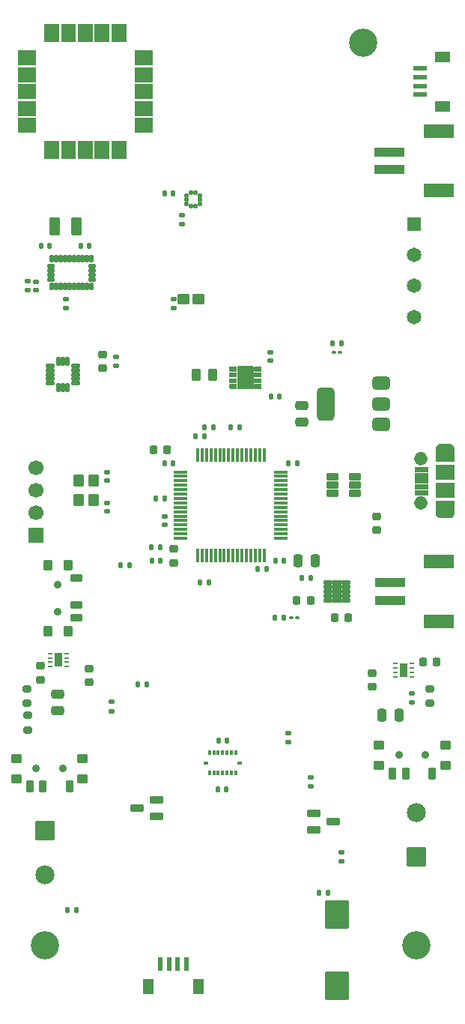
<source format=gbr>
G04 #@! TF.GenerationSoftware,KiCad,Pcbnew,9.0.4*
G04 #@! TF.CreationDate,2025-12-10T12:01:20-06:00*
G04 #@! TF.ProjectId,flightcompv2,666c6967-6874-4636-9f6d-7076322e6b69,rev?*
G04 #@! TF.SameCoordinates,Original*
G04 #@! TF.FileFunction,Soldermask,Top*
G04 #@! TF.FilePolarity,Negative*
%FSLAX46Y46*%
G04 Gerber Fmt 4.6, Leading zero omitted, Abs format (unit mm)*
G04 Created by KiCad (PCBNEW 9.0.4) date 2025-12-10 12:01:20*
%MOMM*%
%LPD*%
G01*
G04 APERTURE LIST*
G04 Aperture macros list*
%AMRoundRect*
0 Rectangle with rounded corners*
0 $1 Rounding radius*
0 $2 $3 $4 $5 $6 $7 $8 $9 X,Y pos of 4 corners*
0 Add a 4 corners polygon primitive as box body*
4,1,4,$2,$3,$4,$5,$6,$7,$8,$9,$2,$3,0*
0 Add four circle primitives for the rounded corners*
1,1,$1+$1,$2,$3*
1,1,$1+$1,$4,$5*
1,1,$1+$1,$6,$7*
1,1,$1+$1,$8,$9*
0 Add four rect primitives between the rounded corners*
20,1,$1+$1,$2,$3,$4,$5,0*
20,1,$1+$1,$4,$5,$6,$7,0*
20,1,$1+$1,$6,$7,$8,$9,0*
20,1,$1+$1,$8,$9,$2,$3,0*%
G04 Aperture macros list end*
%ADD10C,0.788500*%
%ADD11C,0.010000*%
%ADD12RoundRect,0.102000X0.500000X0.900000X-0.500000X0.900000X-0.500000X-0.900000X0.500000X-0.900000X0*%
%ADD13RoundRect,0.250000X-0.475000X0.250000X-0.475000X-0.250000X0.475000X-0.250000X0.475000X0.250000X0*%
%ADD14RoundRect,0.218750X-0.256250X0.218750X-0.256250X-0.218750X0.256250X-0.218750X0.256250X0.218750X0*%
%ADD15C,0.900000*%
%ADD16RoundRect,0.102000X0.550000X-0.350000X0.550000X0.350000X-0.550000X0.350000X-0.550000X-0.350000X0*%
%ADD17RoundRect,0.102000X0.400000X-0.500000X0.400000X0.500000X-0.400000X0.500000X-0.400000X-0.500000X0*%
%ADD18R,1.549400X0.609600*%
%ADD19R,1.803400X1.193800*%
%ADD20RoundRect,0.225000X0.225000X0.250000X-0.225000X0.250000X-0.225000X-0.250000X0.225000X-0.250000X0*%
%ADD21RoundRect,0.140000X-0.140000X-0.170000X0.140000X-0.170000X0.140000X0.170000X-0.140000X0.170000X0*%
%ADD22RoundRect,0.099250X-0.607750X-0.297750X0.607750X-0.297750X0.607750X0.297750X-0.607750X0.297750X0*%
%ADD23RoundRect,0.225000X-0.250000X0.225000X-0.250000X-0.225000X0.250000X-0.225000X0.250000X0.225000X0*%
%ADD24RoundRect,0.250000X-0.350000X0.450000X-0.350000X-0.450000X0.350000X-0.450000X0.350000X0.450000X0*%
%ADD25R,0.609600X1.549400*%
%ADD26R,1.193800X1.803400*%
%ADD27RoundRect,0.135000X0.185000X-0.135000X0.185000X0.135000X-0.185000X0.135000X-0.185000X-0.135000X0*%
%ADD28RoundRect,0.102000X-0.550000X-0.500000X0.550000X-0.500000X0.550000X0.500000X-0.550000X0.500000X0*%
%ADD29RoundRect,0.218750X-0.218750X-0.256250X0.218750X-0.256250X0.218750X0.256250X-0.218750X0.256250X0*%
%ADD30RoundRect,0.135000X-0.135000X-0.185000X0.135000X-0.185000X0.135000X0.185000X-0.135000X0.185000X0*%
%ADD31RoundRect,0.140000X0.170000X-0.140000X0.170000X0.140000X-0.170000X0.140000X-0.170000X-0.140000X0*%
%ADD32RoundRect,0.102000X-1.250000X-1.500000X1.250000X-1.500000X1.250000X1.500000X-1.250000X1.500000X0*%
%ADD33R,0.499999X0.249999*%
%ADD34R,0.900001X1.599999*%
%ADD35RoundRect,0.102000X0.660400X0.279400X-0.660400X0.279400X-0.660400X-0.279400X0.660400X-0.279400X0*%
%ADD36RoundRect,0.200000X-0.275000X0.200000X-0.275000X-0.200000X0.275000X-0.200000X0.275000X0.200000X0*%
%ADD37RoundRect,0.102000X-0.125000X-0.337500X0.125000X-0.337500X0.125000X0.337500X-0.125000X0.337500X0*%
%ADD38RoundRect,0.102000X-0.287500X-0.125000X0.287500X-0.125000X0.287500X0.125000X-0.287500X0.125000X0*%
%ADD39RoundRect,0.225000X0.250000X-0.225000X0.250000X0.225000X-0.250000X0.225000X-0.250000X-0.225000X0*%
%ADD40R,1.650000X1.650000*%
%ADD41C,1.650000*%
%ADD42RoundRect,0.140000X0.140000X0.170000X-0.140000X0.170000X-0.140000X-0.170000X0.140000X-0.170000X0*%
%ADD43RoundRect,0.102000X0.125000X0.137500X-0.125000X0.137500X-0.125000X-0.137500X0.125000X-0.137500X0*%
%ADD44RoundRect,0.102000X0.137500X0.125000X-0.137500X0.125000X-0.137500X-0.125000X0.137500X-0.125000X0*%
%ADD45R,3.500000X1.000000*%
%ADD46R,3.400000X1.500000*%
%ADD47RoundRect,0.135000X0.135000X0.185000X-0.135000X0.185000X-0.135000X-0.185000X0.135000X-0.185000X0*%
%ADD48RoundRect,0.075000X-0.700000X-0.075000X0.700000X-0.075000X0.700000X0.075000X-0.700000X0.075000X0*%
%ADD49RoundRect,0.075000X-0.075000X-0.700000X0.075000X-0.700000X0.075000X0.700000X-0.075000X0.700000X0*%
%ADD50RoundRect,0.250000X-0.262500X-0.450000X0.262500X-0.450000X0.262500X0.450000X-0.262500X0.450000X0*%
%ADD51RoundRect,0.102000X-0.975000X0.975000X-0.975000X-0.975000X0.975000X-0.975000X0.975000X0.975000X0*%
%ADD52C,2.154000*%
%ADD53C,3.200000*%
%ADD54RoundRect,0.140000X-0.170000X0.140000X-0.170000X-0.140000X0.170000X-0.140000X0.170000X0.140000X0*%
%ADD55RoundRect,0.135000X-0.185000X0.135000X-0.185000X-0.135000X0.185000X-0.135000X0.185000X0.135000X0*%
%ADD56RoundRect,0.250000X0.250000X0.475000X-0.250000X0.475000X-0.250000X-0.475000X0.250000X-0.475000X0*%
%ADD57RoundRect,0.102000X-0.350000X-0.550000X0.350000X-0.550000X0.350000X0.550000X-0.350000X0.550000X0*%
%ADD58RoundRect,0.102000X-0.500000X-0.400000X0.500000X-0.400000X0.500000X0.400000X-0.500000X0.400000X0*%
%ADD59RoundRect,0.250000X-0.250000X-0.475000X0.250000X-0.475000X0.250000X0.475000X-0.250000X0.475000X0*%
%ADD60R,0.350000X0.590000*%
%ADD61R,0.590000X0.350000*%
%ADD62RoundRect,0.102000X-0.660400X-0.279400X0.660400X-0.279400X0.660400X0.279400X-0.660400X0.279400X0*%
%ADD63R,1.700000X1.700000*%
%ADD64C,1.700000*%
%ADD65RoundRect,0.102000X0.975000X-0.975000X0.975000X0.975000X-0.975000X0.975000X-0.975000X-0.975000X0*%
%ADD66RoundRect,0.375000X0.625000X0.375000X-0.625000X0.375000X-0.625000X-0.375000X0.625000X-0.375000X0*%
%ADD67RoundRect,0.500000X0.500000X1.400000X-0.500000X1.400000X-0.500000X-1.400000X0.500000X-1.400000X0*%
%ADD68RoundRect,0.102000X-0.415000X-0.135000X0.415000X-0.135000X0.415000X0.135000X-0.415000X0.135000X0*%
%ADD69RoundRect,0.102000X-0.135000X-0.415000X0.135000X-0.415000X0.135000X0.415000X-0.135000X0.415000X0*%
%ADD70RoundRect,0.100000X-0.130000X-0.100000X0.130000X-0.100000X0.130000X0.100000X-0.130000X0.100000X0*%
%ADD71RoundRect,0.059250X0.412750X0.177750X-0.412750X0.177750X-0.412750X-0.177750X0.412750X-0.177750X0*%
%ADD72RoundRect,0.102000X0.420000X1.200000X-0.420000X1.200000X-0.420000X-1.200000X0.420000X-1.200000X0*%
%ADD73RoundRect,0.200000X0.275000X-0.200000X0.275000X0.200000X-0.275000X0.200000X-0.275000X-0.200000X0*%
%ADD74RoundRect,0.218750X0.218750X0.256250X-0.218750X0.256250X-0.218750X-0.256250X0.218750X-0.256250X0*%
G04 APERTURE END LIST*
D10*
X202369250Y-88500000D02*
G75*
G02*
X201580750Y-88500000I-394250J0D01*
G01*
X201580750Y-88500000D02*
G75*
G02*
X202369250Y-88500000I394250J0D01*
G01*
X202369250Y-93500000D02*
G75*
G02*
X201580750Y-93500000I-394250J0D01*
G01*
X201580750Y-93500000D02*
G75*
G02*
X202369250Y-93500000I394250J0D01*
G01*
D11*
X202738500Y-89963500D02*
X201261500Y-89963500D01*
X201261500Y-89436500D01*
X202738500Y-89436500D01*
X202738500Y-89963500D01*
G36*
X202738500Y-89963500D02*
G01*
X201261500Y-89963500D01*
X201261500Y-89436500D01*
X202738500Y-89436500D01*
X202738500Y-89963500D01*
G37*
X202738500Y-90613500D02*
X201261500Y-90613500D01*
X201261500Y-90086500D01*
X202738500Y-90086500D01*
X202738500Y-90613500D01*
G36*
X202738500Y-90613500D02*
G01*
X201261500Y-90613500D01*
X201261500Y-90086500D01*
X202738500Y-90086500D01*
X202738500Y-90613500D01*
G37*
X202738500Y-91263500D02*
X201261500Y-91263500D01*
X201261500Y-90736500D01*
X202738500Y-90736500D01*
X202738500Y-91263500D01*
G36*
X202738500Y-91263500D02*
G01*
X201261500Y-91263500D01*
X201261500Y-90736500D01*
X202738500Y-90736500D01*
X202738500Y-91263500D01*
G37*
X202738500Y-91913500D02*
X201261500Y-91913500D01*
X201261500Y-91386500D01*
X202738500Y-91386500D01*
X202738500Y-91913500D01*
G36*
X202738500Y-91913500D02*
G01*
X201261500Y-91913500D01*
X201261500Y-91386500D01*
X202738500Y-91386500D01*
X202738500Y-91913500D01*
G37*
X202738500Y-92563500D02*
X201261500Y-92563500D01*
X201261500Y-92036500D01*
X202738500Y-92036500D01*
X202738500Y-92563500D01*
G36*
X202738500Y-92563500D02*
G01*
X201261500Y-92563500D01*
X201261500Y-92036500D01*
X202738500Y-92036500D01*
X202738500Y-92563500D01*
G37*
X205688500Y-90813500D02*
X203661500Y-90813500D01*
X203661500Y-89186500D01*
X205688500Y-89186500D01*
X205688500Y-90813500D01*
G36*
X205688500Y-90813500D02*
G01*
X203661500Y-90813500D01*
X203661500Y-89186500D01*
X205688500Y-89186500D01*
X205688500Y-90813500D01*
G37*
X205688500Y-92813500D02*
X203661500Y-92813500D01*
X203661500Y-91186500D01*
X205688500Y-91186500D01*
X205688500Y-92813500D01*
G36*
X205688500Y-92813500D02*
G01*
X203661500Y-92813500D01*
X203661500Y-91186500D01*
X205688500Y-91186500D01*
X205688500Y-92813500D01*
G37*
X205184000Y-86840000D02*
X205213000Y-86843000D01*
X205242000Y-86849000D01*
X205271000Y-86856000D01*
X205299000Y-86864000D01*
X205327000Y-86874000D01*
X205354000Y-86885000D01*
X205381000Y-86898000D01*
X205407000Y-86912000D01*
X205432000Y-86927000D01*
X205456000Y-86944000D01*
X205480000Y-86962000D01*
X205502000Y-86981000D01*
X205523000Y-87002000D01*
X205544000Y-87023000D01*
X205563000Y-87045000D01*
X205581000Y-87069000D01*
X205598000Y-87093000D01*
X205613000Y-87118000D01*
X205627000Y-87144000D01*
X205640000Y-87171000D01*
X205651000Y-87198000D01*
X205661000Y-87226000D01*
X205669000Y-87254000D01*
X205676000Y-87283000D01*
X205682000Y-87312000D01*
X205685000Y-87341000D01*
X205688000Y-87371000D01*
X205689000Y-87400000D01*
X205688500Y-88763500D01*
X205689000Y-88764000D01*
X203662000Y-88764000D01*
X203662000Y-87400000D01*
X203662000Y-87371000D01*
X203665000Y-87341000D01*
X203668000Y-87312000D01*
X203674000Y-87283000D01*
X203681000Y-87254000D01*
X203689000Y-87226000D01*
X203699000Y-87198000D01*
X203710000Y-87171000D01*
X203723000Y-87144000D01*
X203737000Y-87118000D01*
X203752000Y-87093000D01*
X203769000Y-87069000D01*
X203787000Y-87045000D01*
X203806000Y-87023000D01*
X203827000Y-87002000D01*
X203848000Y-86981000D01*
X203870000Y-86962000D01*
X203894000Y-86944000D01*
X203918000Y-86927000D01*
X203943000Y-86912000D01*
X203969000Y-86898000D01*
X203996000Y-86885000D01*
X204023000Y-86874000D01*
X204051000Y-86864000D01*
X204079000Y-86856000D01*
X204108000Y-86849000D01*
X204137000Y-86843000D01*
X204166000Y-86840000D01*
X204196000Y-86837000D01*
X204225000Y-86837000D01*
X205125000Y-86837000D01*
X205154000Y-86837000D01*
X205184000Y-86840000D01*
G36*
X205184000Y-86840000D02*
G01*
X205213000Y-86843000D01*
X205242000Y-86849000D01*
X205271000Y-86856000D01*
X205299000Y-86864000D01*
X205327000Y-86874000D01*
X205354000Y-86885000D01*
X205381000Y-86898000D01*
X205407000Y-86912000D01*
X205432000Y-86927000D01*
X205456000Y-86944000D01*
X205480000Y-86962000D01*
X205502000Y-86981000D01*
X205523000Y-87002000D01*
X205544000Y-87023000D01*
X205563000Y-87045000D01*
X205581000Y-87069000D01*
X205598000Y-87093000D01*
X205613000Y-87118000D01*
X205627000Y-87144000D01*
X205640000Y-87171000D01*
X205651000Y-87198000D01*
X205661000Y-87226000D01*
X205669000Y-87254000D01*
X205676000Y-87283000D01*
X205682000Y-87312000D01*
X205685000Y-87341000D01*
X205688000Y-87371000D01*
X205689000Y-87400000D01*
X205688500Y-88763500D01*
X205689000Y-88764000D01*
X203662000Y-88764000D01*
X203662000Y-87400000D01*
X203662000Y-87371000D01*
X203665000Y-87341000D01*
X203668000Y-87312000D01*
X203674000Y-87283000D01*
X203681000Y-87254000D01*
X203689000Y-87226000D01*
X203699000Y-87198000D01*
X203710000Y-87171000D01*
X203723000Y-87144000D01*
X203737000Y-87118000D01*
X203752000Y-87093000D01*
X203769000Y-87069000D01*
X203787000Y-87045000D01*
X203806000Y-87023000D01*
X203827000Y-87002000D01*
X203848000Y-86981000D01*
X203870000Y-86962000D01*
X203894000Y-86944000D01*
X203918000Y-86927000D01*
X203943000Y-86912000D01*
X203969000Y-86898000D01*
X203996000Y-86885000D01*
X204023000Y-86874000D01*
X204051000Y-86864000D01*
X204079000Y-86856000D01*
X204108000Y-86849000D01*
X204137000Y-86843000D01*
X204166000Y-86840000D01*
X204196000Y-86837000D01*
X204225000Y-86837000D01*
X205125000Y-86837000D01*
X205154000Y-86837000D01*
X205184000Y-86840000D01*
G37*
X205688500Y-93236500D02*
X205689000Y-94600000D01*
X205688000Y-94629000D01*
X205685000Y-94659000D01*
X205682000Y-94688000D01*
X205676000Y-94717000D01*
X205669000Y-94746000D01*
X205661000Y-94774000D01*
X205651000Y-94802000D01*
X205640000Y-94829000D01*
X205627000Y-94856000D01*
X205613000Y-94882000D01*
X205598000Y-94907000D01*
X205581000Y-94931000D01*
X205563000Y-94955000D01*
X205544000Y-94977000D01*
X205523000Y-94998000D01*
X205502000Y-95019000D01*
X205480000Y-95038000D01*
X205456000Y-95056000D01*
X205432000Y-95073000D01*
X205407000Y-95088000D01*
X205381000Y-95102000D01*
X205354000Y-95115000D01*
X205327000Y-95126000D01*
X205299000Y-95136000D01*
X205271000Y-95144000D01*
X205242000Y-95151000D01*
X205213000Y-95157000D01*
X205184000Y-95160000D01*
X205154000Y-95163000D01*
X205125000Y-95163000D01*
X204225000Y-95163000D01*
X204196000Y-95163000D01*
X204166000Y-95160000D01*
X204137000Y-95157000D01*
X204108000Y-95151000D01*
X204079000Y-95144000D01*
X204051000Y-95136000D01*
X204023000Y-95126000D01*
X203996000Y-95115000D01*
X203969000Y-95102000D01*
X203943000Y-95088000D01*
X203918000Y-95073000D01*
X203894000Y-95056000D01*
X203870000Y-95038000D01*
X203848000Y-95019000D01*
X203827000Y-94998000D01*
X203806000Y-94977000D01*
X203787000Y-94955000D01*
X203769000Y-94931000D01*
X203752000Y-94907000D01*
X203737000Y-94882000D01*
X203723000Y-94856000D01*
X203710000Y-94829000D01*
X203699000Y-94802000D01*
X203689000Y-94774000D01*
X203681000Y-94746000D01*
X203674000Y-94717000D01*
X203668000Y-94688000D01*
X203665000Y-94659000D01*
X203662000Y-94629000D01*
X203662000Y-94600000D01*
X203662000Y-93236000D01*
X205689000Y-93236000D01*
X205688500Y-93236500D01*
G36*
X205688500Y-93236500D02*
G01*
X205689000Y-94600000D01*
X205688000Y-94629000D01*
X205685000Y-94659000D01*
X205682000Y-94688000D01*
X205676000Y-94717000D01*
X205669000Y-94746000D01*
X205661000Y-94774000D01*
X205651000Y-94802000D01*
X205640000Y-94829000D01*
X205627000Y-94856000D01*
X205613000Y-94882000D01*
X205598000Y-94907000D01*
X205581000Y-94931000D01*
X205563000Y-94955000D01*
X205544000Y-94977000D01*
X205523000Y-94998000D01*
X205502000Y-95019000D01*
X205480000Y-95038000D01*
X205456000Y-95056000D01*
X205432000Y-95073000D01*
X205407000Y-95088000D01*
X205381000Y-95102000D01*
X205354000Y-95115000D01*
X205327000Y-95126000D01*
X205299000Y-95136000D01*
X205271000Y-95144000D01*
X205242000Y-95151000D01*
X205213000Y-95157000D01*
X205184000Y-95160000D01*
X205154000Y-95163000D01*
X205125000Y-95163000D01*
X204225000Y-95163000D01*
X204196000Y-95163000D01*
X204166000Y-95160000D01*
X204137000Y-95157000D01*
X204108000Y-95151000D01*
X204079000Y-95144000D01*
X204051000Y-95136000D01*
X204023000Y-95126000D01*
X203996000Y-95115000D01*
X203969000Y-95102000D01*
X203943000Y-95088000D01*
X203918000Y-95073000D01*
X203894000Y-95056000D01*
X203870000Y-95038000D01*
X203848000Y-95019000D01*
X203827000Y-94998000D01*
X203806000Y-94977000D01*
X203787000Y-94955000D01*
X203769000Y-94931000D01*
X203752000Y-94907000D01*
X203737000Y-94882000D01*
X203723000Y-94856000D01*
X203710000Y-94829000D01*
X203699000Y-94802000D01*
X203689000Y-94774000D01*
X203681000Y-94746000D01*
X203674000Y-94717000D01*
X203668000Y-94688000D01*
X203665000Y-94659000D01*
X203662000Y-94629000D01*
X203662000Y-94600000D01*
X203662000Y-93236000D01*
X205689000Y-93236000D01*
X205688500Y-93236500D01*
G37*
X158350000Y-44000000D02*
X156450000Y-44000000D01*
X156450000Y-42400000D01*
X158350000Y-42400000D01*
X158350000Y-44000000D01*
G36*
X158350000Y-44000000D02*
G01*
X156450000Y-44000000D01*
X156450000Y-42400000D01*
X158350000Y-42400000D01*
X158350000Y-44000000D01*
G37*
X158350000Y-45900000D02*
X156450000Y-45900000D01*
X156450000Y-44300000D01*
X158350000Y-44300000D01*
X158350000Y-45900000D01*
G36*
X158350000Y-45900000D02*
G01*
X156450000Y-45900000D01*
X156450000Y-44300000D01*
X158350000Y-44300000D01*
X158350000Y-45900000D01*
G37*
X158350000Y-47800000D02*
X156450000Y-47800000D01*
X156450000Y-46200000D01*
X158350000Y-46200000D01*
X158350000Y-47800000D01*
G36*
X158350000Y-47800000D02*
G01*
X156450000Y-47800000D01*
X156450000Y-46200000D01*
X158350000Y-46200000D01*
X158350000Y-47800000D01*
G37*
X158350000Y-49700000D02*
X156450000Y-49700000D01*
X156450000Y-48100000D01*
X158350000Y-48100000D01*
X158350000Y-49700000D01*
G36*
X158350000Y-49700000D02*
G01*
X156450000Y-49700000D01*
X156450000Y-48100000D01*
X158350000Y-48100000D01*
X158350000Y-49700000D01*
G37*
X158350000Y-51600000D02*
X156450000Y-51600000D01*
X156450000Y-50000000D01*
X158350000Y-50000000D01*
X158350000Y-51600000D01*
G36*
X158350000Y-51600000D02*
G01*
X156450000Y-51600000D01*
X156450000Y-50000000D01*
X158350000Y-50000000D01*
X158350000Y-51600000D01*
G37*
X161000000Y-41350000D02*
X159400000Y-41350000D01*
X159400000Y-39450000D01*
X161000000Y-39450000D01*
X161000000Y-41350000D01*
G36*
X161000000Y-41350000D02*
G01*
X159400000Y-41350000D01*
X159400000Y-39450000D01*
X161000000Y-39450000D01*
X161000000Y-41350000D01*
G37*
X161000000Y-54550000D02*
X159400000Y-54550000D01*
X159400000Y-52650000D01*
X161000000Y-52650000D01*
X161000000Y-54550000D01*
G36*
X161000000Y-54550000D02*
G01*
X159400000Y-54550000D01*
X159400000Y-52650000D01*
X161000000Y-52650000D01*
X161000000Y-54550000D01*
G37*
X162900000Y-41350000D02*
X161300000Y-41350000D01*
X161300000Y-39450000D01*
X162900000Y-39450000D01*
X162900000Y-41350000D01*
G36*
X162900000Y-41350000D02*
G01*
X161300000Y-41350000D01*
X161300000Y-39450000D01*
X162900000Y-39450000D01*
X162900000Y-41350000D01*
G37*
X162900000Y-54550000D02*
X161300000Y-54550000D01*
X161300000Y-52650000D01*
X162900000Y-52650000D01*
X162900000Y-54550000D01*
G36*
X162900000Y-54550000D02*
G01*
X161300000Y-54550000D01*
X161300000Y-52650000D01*
X162900000Y-52650000D01*
X162900000Y-54550000D01*
G37*
X164800000Y-41350000D02*
X163200000Y-41350000D01*
X163200000Y-39450000D01*
X164800000Y-39450000D01*
X164800000Y-41350000D01*
G36*
X164800000Y-41350000D02*
G01*
X163200000Y-41350000D01*
X163200000Y-39450000D01*
X164800000Y-39450000D01*
X164800000Y-41350000D01*
G37*
X164800000Y-54550000D02*
X163200000Y-54550000D01*
X163200000Y-52650000D01*
X164800000Y-52650000D01*
X164800000Y-54550000D01*
G36*
X164800000Y-54550000D02*
G01*
X163200000Y-54550000D01*
X163200000Y-52650000D01*
X164800000Y-52650000D01*
X164800000Y-54550000D01*
G37*
X166700000Y-41350000D02*
X165100000Y-41350000D01*
X165100000Y-39450000D01*
X166700000Y-39450000D01*
X166700000Y-41350000D01*
G36*
X166700000Y-41350000D02*
G01*
X165100000Y-41350000D01*
X165100000Y-39450000D01*
X166700000Y-39450000D01*
X166700000Y-41350000D01*
G37*
X166700000Y-54550000D02*
X165100000Y-54550000D01*
X165100000Y-52650000D01*
X166700000Y-52650000D01*
X166700000Y-54550000D01*
G36*
X166700000Y-54550000D02*
G01*
X165100000Y-54550000D01*
X165100000Y-52650000D01*
X166700000Y-52650000D01*
X166700000Y-54550000D01*
G37*
X168600000Y-41350000D02*
X167000000Y-41350000D01*
X167000000Y-39450000D01*
X168600000Y-39450000D01*
X168600000Y-41350000D01*
G36*
X168600000Y-41350000D02*
G01*
X167000000Y-41350000D01*
X167000000Y-39450000D01*
X168600000Y-39450000D01*
X168600000Y-41350000D01*
G37*
X168600000Y-54550000D02*
X167000000Y-54550000D01*
X167000000Y-52650000D01*
X168600000Y-52650000D01*
X168600000Y-54550000D01*
G36*
X168600000Y-54550000D02*
G01*
X167000000Y-54550000D01*
X167000000Y-52650000D01*
X168600000Y-52650000D01*
X168600000Y-54550000D01*
G37*
X171550000Y-44000000D02*
X169650000Y-44000000D01*
X169650000Y-42400000D01*
X171550000Y-42400000D01*
X171550000Y-44000000D01*
G36*
X171550000Y-44000000D02*
G01*
X169650000Y-44000000D01*
X169650000Y-42400000D01*
X171550000Y-42400000D01*
X171550000Y-44000000D01*
G37*
X171550000Y-45900000D02*
X169650000Y-45900000D01*
X169650000Y-44300000D01*
X171550000Y-44300000D01*
X171550000Y-45900000D01*
G36*
X171550000Y-45900000D02*
G01*
X169650000Y-45900000D01*
X169650000Y-44300000D01*
X171550000Y-44300000D01*
X171550000Y-45900000D01*
G37*
X171550000Y-47800000D02*
X169650000Y-47800000D01*
X169650000Y-46200000D01*
X171550000Y-46200000D01*
X171550000Y-47800000D01*
G36*
X171550000Y-47800000D02*
G01*
X169650000Y-47800000D01*
X169650000Y-46200000D01*
X171550000Y-46200000D01*
X171550000Y-47800000D01*
G37*
X171550000Y-49700000D02*
X169650000Y-49700000D01*
X169650000Y-48100000D01*
X171550000Y-48100000D01*
X171550000Y-49700000D01*
G36*
X171550000Y-49700000D02*
G01*
X169650000Y-49700000D01*
X169650000Y-48100000D01*
X171550000Y-48100000D01*
X171550000Y-49700000D01*
G37*
X171550000Y-51600000D02*
X169650000Y-51600000D01*
X169650000Y-50000000D01*
X171550000Y-50000000D01*
X171550000Y-51600000D01*
G36*
X171550000Y-51600000D02*
G01*
X169650000Y-51600000D01*
X169650000Y-50000000D01*
X171550000Y-50000000D01*
X171550000Y-51600000D01*
G37*
X181028000Y-78131000D02*
X181030000Y-78131000D01*
X181033000Y-78132000D01*
X181035000Y-78132000D01*
X181038000Y-78133000D01*
X181040000Y-78134000D01*
X181043000Y-78135000D01*
X181045000Y-78137000D01*
X181047000Y-78138000D01*
X181049000Y-78140000D01*
X181051000Y-78141000D01*
X181053000Y-78143000D01*
X181055000Y-78145000D01*
X181057000Y-78147000D01*
X181059000Y-78149000D01*
X181060000Y-78151000D01*
X181062000Y-78153000D01*
X181063000Y-78155000D01*
X181065000Y-78157000D01*
X181066000Y-78160000D01*
X181067000Y-78162000D01*
X181068000Y-78165000D01*
X181068000Y-78167000D01*
X181069000Y-78170000D01*
X181069000Y-78172000D01*
X181070000Y-78175000D01*
X181070000Y-78177000D01*
X181070000Y-78180000D01*
X181070000Y-78520000D01*
X181070000Y-78523000D01*
X181070000Y-78525000D01*
X181069000Y-78528000D01*
X181069000Y-78530000D01*
X181068000Y-78533000D01*
X181068000Y-78535000D01*
X181067000Y-78538000D01*
X181066000Y-78540000D01*
X181065000Y-78543000D01*
X181063000Y-78545000D01*
X181062000Y-78547000D01*
X181060000Y-78549000D01*
X181059000Y-78551000D01*
X181057000Y-78553000D01*
X181055000Y-78555000D01*
X181053000Y-78557000D01*
X181051000Y-78559000D01*
X181049000Y-78560000D01*
X181047000Y-78562000D01*
X181045000Y-78563000D01*
X181043000Y-78565000D01*
X181040000Y-78566000D01*
X181038000Y-78567000D01*
X181035000Y-78568000D01*
X181033000Y-78568000D01*
X181030000Y-78569000D01*
X181028000Y-78569000D01*
X181025000Y-78570000D01*
X181023000Y-78570000D01*
X181020000Y-78570000D01*
X180380000Y-78570000D01*
X180377000Y-78570000D01*
X180375000Y-78570000D01*
X180372000Y-78569000D01*
X180370000Y-78569000D01*
X180367000Y-78568000D01*
X180365000Y-78568000D01*
X180362000Y-78567000D01*
X180360000Y-78566000D01*
X180357000Y-78565000D01*
X180355000Y-78563000D01*
X180353000Y-78562000D01*
X180351000Y-78560000D01*
X180349000Y-78559000D01*
X180347000Y-78557000D01*
X180345000Y-78555000D01*
X180343000Y-78553000D01*
X180341000Y-78551000D01*
X180340000Y-78549000D01*
X180338000Y-78547000D01*
X180337000Y-78545000D01*
X180335000Y-78543000D01*
X180334000Y-78540000D01*
X180333000Y-78538000D01*
X180332000Y-78535000D01*
X180332000Y-78533000D01*
X180331000Y-78530000D01*
X180331000Y-78528000D01*
X180330000Y-78525000D01*
X180330000Y-78523000D01*
X180330000Y-78520000D01*
X180330000Y-78180000D01*
X180330000Y-78177000D01*
X180330000Y-78175000D01*
X180331000Y-78172000D01*
X180331000Y-78170000D01*
X180332000Y-78167000D01*
X180332000Y-78165000D01*
X180333000Y-78162000D01*
X180334000Y-78160000D01*
X180335000Y-78157000D01*
X180337000Y-78155000D01*
X180338000Y-78153000D01*
X180340000Y-78151000D01*
X180341000Y-78149000D01*
X180343000Y-78147000D01*
X180345000Y-78145000D01*
X180347000Y-78143000D01*
X180349000Y-78141000D01*
X180351000Y-78140000D01*
X180353000Y-78138000D01*
X180355000Y-78137000D01*
X180357000Y-78135000D01*
X180360000Y-78134000D01*
X180362000Y-78133000D01*
X180365000Y-78132000D01*
X180367000Y-78132000D01*
X180370000Y-78131000D01*
X180372000Y-78131000D01*
X180375000Y-78130000D01*
X180377000Y-78130000D01*
X180380000Y-78130000D01*
X181020000Y-78130000D01*
X181023000Y-78130000D01*
X181025000Y-78130000D01*
X181028000Y-78131000D01*
G36*
X181028000Y-78131000D02*
G01*
X181030000Y-78131000D01*
X181033000Y-78132000D01*
X181035000Y-78132000D01*
X181038000Y-78133000D01*
X181040000Y-78134000D01*
X181043000Y-78135000D01*
X181045000Y-78137000D01*
X181047000Y-78138000D01*
X181049000Y-78140000D01*
X181051000Y-78141000D01*
X181053000Y-78143000D01*
X181055000Y-78145000D01*
X181057000Y-78147000D01*
X181059000Y-78149000D01*
X181060000Y-78151000D01*
X181062000Y-78153000D01*
X181063000Y-78155000D01*
X181065000Y-78157000D01*
X181066000Y-78160000D01*
X181067000Y-78162000D01*
X181068000Y-78165000D01*
X181068000Y-78167000D01*
X181069000Y-78170000D01*
X181069000Y-78172000D01*
X181070000Y-78175000D01*
X181070000Y-78177000D01*
X181070000Y-78180000D01*
X181070000Y-78520000D01*
X181070000Y-78523000D01*
X181070000Y-78525000D01*
X181069000Y-78528000D01*
X181069000Y-78530000D01*
X181068000Y-78533000D01*
X181068000Y-78535000D01*
X181067000Y-78538000D01*
X181066000Y-78540000D01*
X181065000Y-78543000D01*
X181063000Y-78545000D01*
X181062000Y-78547000D01*
X181060000Y-78549000D01*
X181059000Y-78551000D01*
X181057000Y-78553000D01*
X181055000Y-78555000D01*
X181053000Y-78557000D01*
X181051000Y-78559000D01*
X181049000Y-78560000D01*
X181047000Y-78562000D01*
X181045000Y-78563000D01*
X181043000Y-78565000D01*
X181040000Y-78566000D01*
X181038000Y-78567000D01*
X181035000Y-78568000D01*
X181033000Y-78568000D01*
X181030000Y-78569000D01*
X181028000Y-78569000D01*
X181025000Y-78570000D01*
X181023000Y-78570000D01*
X181020000Y-78570000D01*
X180380000Y-78570000D01*
X180377000Y-78570000D01*
X180375000Y-78570000D01*
X180372000Y-78569000D01*
X180370000Y-78569000D01*
X180367000Y-78568000D01*
X180365000Y-78568000D01*
X180362000Y-78567000D01*
X180360000Y-78566000D01*
X180357000Y-78565000D01*
X180355000Y-78563000D01*
X180353000Y-78562000D01*
X180351000Y-78560000D01*
X180349000Y-78559000D01*
X180347000Y-78557000D01*
X180345000Y-78555000D01*
X180343000Y-78553000D01*
X180341000Y-78551000D01*
X180340000Y-78549000D01*
X180338000Y-78547000D01*
X180337000Y-78545000D01*
X180335000Y-78543000D01*
X180334000Y-78540000D01*
X180333000Y-78538000D01*
X180332000Y-78535000D01*
X180332000Y-78533000D01*
X180331000Y-78530000D01*
X180331000Y-78528000D01*
X180330000Y-78525000D01*
X180330000Y-78523000D01*
X180330000Y-78520000D01*
X180330000Y-78180000D01*
X180330000Y-78177000D01*
X180330000Y-78175000D01*
X180331000Y-78172000D01*
X180331000Y-78170000D01*
X180332000Y-78167000D01*
X180332000Y-78165000D01*
X180333000Y-78162000D01*
X180334000Y-78160000D01*
X180335000Y-78157000D01*
X180337000Y-78155000D01*
X180338000Y-78153000D01*
X180340000Y-78151000D01*
X180341000Y-78149000D01*
X180343000Y-78147000D01*
X180345000Y-78145000D01*
X180347000Y-78143000D01*
X180349000Y-78141000D01*
X180351000Y-78140000D01*
X180353000Y-78138000D01*
X180355000Y-78137000D01*
X180357000Y-78135000D01*
X180360000Y-78134000D01*
X180362000Y-78133000D01*
X180365000Y-78132000D01*
X180367000Y-78132000D01*
X180370000Y-78131000D01*
X180372000Y-78131000D01*
X180375000Y-78130000D01*
X180377000Y-78130000D01*
X180380000Y-78130000D01*
X181020000Y-78130000D01*
X181023000Y-78130000D01*
X181025000Y-78130000D01*
X181028000Y-78131000D01*
G37*
X181028000Y-78781000D02*
X181030000Y-78781000D01*
X181033000Y-78782000D01*
X181035000Y-78782000D01*
X181038000Y-78783000D01*
X181040000Y-78784000D01*
X181043000Y-78785000D01*
X181045000Y-78787000D01*
X181047000Y-78788000D01*
X181049000Y-78790000D01*
X181051000Y-78791000D01*
X181053000Y-78793000D01*
X181055000Y-78795000D01*
X181057000Y-78797000D01*
X181059000Y-78799000D01*
X181060000Y-78801000D01*
X181062000Y-78803000D01*
X181063000Y-78805000D01*
X181065000Y-78807000D01*
X181066000Y-78810000D01*
X181067000Y-78812000D01*
X181068000Y-78815000D01*
X181068000Y-78817000D01*
X181069000Y-78820000D01*
X181069000Y-78822000D01*
X181070000Y-78825000D01*
X181070000Y-78827000D01*
X181070000Y-78830000D01*
X181070000Y-79170000D01*
X181070000Y-79173000D01*
X181070000Y-79175000D01*
X181069000Y-79178000D01*
X181069000Y-79180000D01*
X181068000Y-79183000D01*
X181068000Y-79185000D01*
X181067000Y-79188000D01*
X181066000Y-79190000D01*
X181065000Y-79193000D01*
X181063000Y-79195000D01*
X181062000Y-79197000D01*
X181060000Y-79199000D01*
X181059000Y-79201000D01*
X181057000Y-79203000D01*
X181055000Y-79205000D01*
X181053000Y-79207000D01*
X181051000Y-79209000D01*
X181049000Y-79210000D01*
X181047000Y-79212000D01*
X181045000Y-79213000D01*
X181043000Y-79215000D01*
X181040000Y-79216000D01*
X181038000Y-79217000D01*
X181035000Y-79218000D01*
X181033000Y-79218000D01*
X181030000Y-79219000D01*
X181028000Y-79219000D01*
X181025000Y-79220000D01*
X181023000Y-79220000D01*
X181020000Y-79220000D01*
X180380000Y-79220000D01*
X180377000Y-79220000D01*
X180375000Y-79220000D01*
X180372000Y-79219000D01*
X180370000Y-79219000D01*
X180367000Y-79218000D01*
X180365000Y-79218000D01*
X180362000Y-79217000D01*
X180360000Y-79216000D01*
X180357000Y-79215000D01*
X180355000Y-79213000D01*
X180353000Y-79212000D01*
X180351000Y-79210000D01*
X180349000Y-79209000D01*
X180347000Y-79207000D01*
X180345000Y-79205000D01*
X180343000Y-79203000D01*
X180341000Y-79201000D01*
X180340000Y-79199000D01*
X180338000Y-79197000D01*
X180337000Y-79195000D01*
X180335000Y-79193000D01*
X180334000Y-79190000D01*
X180333000Y-79188000D01*
X180332000Y-79185000D01*
X180332000Y-79183000D01*
X180331000Y-79180000D01*
X180331000Y-79178000D01*
X180330000Y-79175000D01*
X180330000Y-79173000D01*
X180330000Y-79170000D01*
X180330000Y-78830000D01*
X180330000Y-78827000D01*
X180330000Y-78825000D01*
X180331000Y-78822000D01*
X180331000Y-78820000D01*
X180332000Y-78817000D01*
X180332000Y-78815000D01*
X180333000Y-78812000D01*
X180334000Y-78810000D01*
X180335000Y-78807000D01*
X180337000Y-78805000D01*
X180338000Y-78803000D01*
X180340000Y-78801000D01*
X180341000Y-78799000D01*
X180343000Y-78797000D01*
X180345000Y-78795000D01*
X180347000Y-78793000D01*
X180349000Y-78791000D01*
X180351000Y-78790000D01*
X180353000Y-78788000D01*
X180355000Y-78787000D01*
X180357000Y-78785000D01*
X180360000Y-78784000D01*
X180362000Y-78783000D01*
X180365000Y-78782000D01*
X180367000Y-78782000D01*
X180370000Y-78781000D01*
X180372000Y-78781000D01*
X180375000Y-78780000D01*
X180377000Y-78780000D01*
X180380000Y-78780000D01*
X181020000Y-78780000D01*
X181023000Y-78780000D01*
X181025000Y-78780000D01*
X181028000Y-78781000D01*
G36*
X181028000Y-78781000D02*
G01*
X181030000Y-78781000D01*
X181033000Y-78782000D01*
X181035000Y-78782000D01*
X181038000Y-78783000D01*
X181040000Y-78784000D01*
X181043000Y-78785000D01*
X181045000Y-78787000D01*
X181047000Y-78788000D01*
X181049000Y-78790000D01*
X181051000Y-78791000D01*
X181053000Y-78793000D01*
X181055000Y-78795000D01*
X181057000Y-78797000D01*
X181059000Y-78799000D01*
X181060000Y-78801000D01*
X181062000Y-78803000D01*
X181063000Y-78805000D01*
X181065000Y-78807000D01*
X181066000Y-78810000D01*
X181067000Y-78812000D01*
X181068000Y-78815000D01*
X181068000Y-78817000D01*
X181069000Y-78820000D01*
X181069000Y-78822000D01*
X181070000Y-78825000D01*
X181070000Y-78827000D01*
X181070000Y-78830000D01*
X181070000Y-79170000D01*
X181070000Y-79173000D01*
X181070000Y-79175000D01*
X181069000Y-79178000D01*
X181069000Y-79180000D01*
X181068000Y-79183000D01*
X181068000Y-79185000D01*
X181067000Y-79188000D01*
X181066000Y-79190000D01*
X181065000Y-79193000D01*
X181063000Y-79195000D01*
X181062000Y-79197000D01*
X181060000Y-79199000D01*
X181059000Y-79201000D01*
X181057000Y-79203000D01*
X181055000Y-79205000D01*
X181053000Y-79207000D01*
X181051000Y-79209000D01*
X181049000Y-79210000D01*
X181047000Y-79212000D01*
X181045000Y-79213000D01*
X181043000Y-79215000D01*
X181040000Y-79216000D01*
X181038000Y-79217000D01*
X181035000Y-79218000D01*
X181033000Y-79218000D01*
X181030000Y-79219000D01*
X181028000Y-79219000D01*
X181025000Y-79220000D01*
X181023000Y-79220000D01*
X181020000Y-79220000D01*
X180380000Y-79220000D01*
X180377000Y-79220000D01*
X180375000Y-79220000D01*
X180372000Y-79219000D01*
X180370000Y-79219000D01*
X180367000Y-79218000D01*
X180365000Y-79218000D01*
X180362000Y-79217000D01*
X180360000Y-79216000D01*
X180357000Y-79215000D01*
X180355000Y-79213000D01*
X180353000Y-79212000D01*
X180351000Y-79210000D01*
X180349000Y-79209000D01*
X180347000Y-79207000D01*
X180345000Y-79205000D01*
X180343000Y-79203000D01*
X180341000Y-79201000D01*
X180340000Y-79199000D01*
X180338000Y-79197000D01*
X180337000Y-79195000D01*
X180335000Y-79193000D01*
X180334000Y-79190000D01*
X180333000Y-79188000D01*
X180332000Y-79185000D01*
X180332000Y-79183000D01*
X180331000Y-79180000D01*
X180331000Y-79178000D01*
X180330000Y-79175000D01*
X180330000Y-79173000D01*
X180330000Y-79170000D01*
X180330000Y-78830000D01*
X180330000Y-78827000D01*
X180330000Y-78825000D01*
X180331000Y-78822000D01*
X180331000Y-78820000D01*
X180332000Y-78817000D01*
X180332000Y-78815000D01*
X180333000Y-78812000D01*
X180334000Y-78810000D01*
X180335000Y-78807000D01*
X180337000Y-78805000D01*
X180338000Y-78803000D01*
X180340000Y-78801000D01*
X180341000Y-78799000D01*
X180343000Y-78797000D01*
X180345000Y-78795000D01*
X180347000Y-78793000D01*
X180349000Y-78791000D01*
X180351000Y-78790000D01*
X180353000Y-78788000D01*
X180355000Y-78787000D01*
X180357000Y-78785000D01*
X180360000Y-78784000D01*
X180362000Y-78783000D01*
X180365000Y-78782000D01*
X180367000Y-78782000D01*
X180370000Y-78781000D01*
X180372000Y-78781000D01*
X180375000Y-78780000D01*
X180377000Y-78780000D01*
X180380000Y-78780000D01*
X181020000Y-78780000D01*
X181023000Y-78780000D01*
X181025000Y-78780000D01*
X181028000Y-78781000D01*
G37*
X181028000Y-79431000D02*
X181030000Y-79431000D01*
X181033000Y-79432000D01*
X181035000Y-79432000D01*
X181038000Y-79433000D01*
X181040000Y-79434000D01*
X181043000Y-79435000D01*
X181045000Y-79437000D01*
X181047000Y-79438000D01*
X181049000Y-79440000D01*
X181051000Y-79441000D01*
X181053000Y-79443000D01*
X181055000Y-79445000D01*
X181057000Y-79447000D01*
X181059000Y-79449000D01*
X181060000Y-79451000D01*
X181062000Y-79453000D01*
X181063000Y-79455000D01*
X181065000Y-79457000D01*
X181066000Y-79460000D01*
X181067000Y-79462000D01*
X181068000Y-79465000D01*
X181068000Y-79467000D01*
X181069000Y-79470000D01*
X181069000Y-79472000D01*
X181070000Y-79475000D01*
X181070000Y-79477000D01*
X181070000Y-79480000D01*
X181070000Y-79820000D01*
X181070000Y-79823000D01*
X181070000Y-79825000D01*
X181069000Y-79828000D01*
X181069000Y-79830000D01*
X181068000Y-79833000D01*
X181068000Y-79835000D01*
X181067000Y-79838000D01*
X181066000Y-79840000D01*
X181065000Y-79843000D01*
X181063000Y-79845000D01*
X181062000Y-79847000D01*
X181060000Y-79849000D01*
X181059000Y-79851000D01*
X181057000Y-79853000D01*
X181055000Y-79855000D01*
X181053000Y-79857000D01*
X181051000Y-79859000D01*
X181049000Y-79860000D01*
X181047000Y-79862000D01*
X181045000Y-79863000D01*
X181043000Y-79865000D01*
X181040000Y-79866000D01*
X181038000Y-79867000D01*
X181035000Y-79868000D01*
X181033000Y-79868000D01*
X181030000Y-79869000D01*
X181028000Y-79869000D01*
X181025000Y-79870000D01*
X181023000Y-79870000D01*
X181020000Y-79870000D01*
X180380000Y-79870000D01*
X180377000Y-79870000D01*
X180375000Y-79870000D01*
X180372000Y-79869000D01*
X180370000Y-79869000D01*
X180367000Y-79868000D01*
X180365000Y-79868000D01*
X180362000Y-79867000D01*
X180360000Y-79866000D01*
X180357000Y-79865000D01*
X180355000Y-79863000D01*
X180353000Y-79862000D01*
X180351000Y-79860000D01*
X180349000Y-79859000D01*
X180347000Y-79857000D01*
X180345000Y-79855000D01*
X180343000Y-79853000D01*
X180341000Y-79851000D01*
X180340000Y-79849000D01*
X180338000Y-79847000D01*
X180337000Y-79845000D01*
X180335000Y-79843000D01*
X180334000Y-79840000D01*
X180333000Y-79838000D01*
X180332000Y-79835000D01*
X180332000Y-79833000D01*
X180331000Y-79830000D01*
X180331000Y-79828000D01*
X180330000Y-79825000D01*
X180330000Y-79823000D01*
X180330000Y-79820000D01*
X180330000Y-79480000D01*
X180330000Y-79477000D01*
X180330000Y-79475000D01*
X180331000Y-79472000D01*
X180331000Y-79470000D01*
X180332000Y-79467000D01*
X180332000Y-79465000D01*
X180333000Y-79462000D01*
X180334000Y-79460000D01*
X180335000Y-79457000D01*
X180337000Y-79455000D01*
X180338000Y-79453000D01*
X180340000Y-79451000D01*
X180341000Y-79449000D01*
X180343000Y-79447000D01*
X180345000Y-79445000D01*
X180347000Y-79443000D01*
X180349000Y-79441000D01*
X180351000Y-79440000D01*
X180353000Y-79438000D01*
X180355000Y-79437000D01*
X180357000Y-79435000D01*
X180360000Y-79434000D01*
X180362000Y-79433000D01*
X180365000Y-79432000D01*
X180367000Y-79432000D01*
X180370000Y-79431000D01*
X180372000Y-79431000D01*
X180375000Y-79430000D01*
X180377000Y-79430000D01*
X180380000Y-79430000D01*
X181020000Y-79430000D01*
X181023000Y-79430000D01*
X181025000Y-79430000D01*
X181028000Y-79431000D01*
G36*
X181028000Y-79431000D02*
G01*
X181030000Y-79431000D01*
X181033000Y-79432000D01*
X181035000Y-79432000D01*
X181038000Y-79433000D01*
X181040000Y-79434000D01*
X181043000Y-79435000D01*
X181045000Y-79437000D01*
X181047000Y-79438000D01*
X181049000Y-79440000D01*
X181051000Y-79441000D01*
X181053000Y-79443000D01*
X181055000Y-79445000D01*
X181057000Y-79447000D01*
X181059000Y-79449000D01*
X181060000Y-79451000D01*
X181062000Y-79453000D01*
X181063000Y-79455000D01*
X181065000Y-79457000D01*
X181066000Y-79460000D01*
X181067000Y-79462000D01*
X181068000Y-79465000D01*
X181068000Y-79467000D01*
X181069000Y-79470000D01*
X181069000Y-79472000D01*
X181070000Y-79475000D01*
X181070000Y-79477000D01*
X181070000Y-79480000D01*
X181070000Y-79820000D01*
X181070000Y-79823000D01*
X181070000Y-79825000D01*
X181069000Y-79828000D01*
X181069000Y-79830000D01*
X181068000Y-79833000D01*
X181068000Y-79835000D01*
X181067000Y-79838000D01*
X181066000Y-79840000D01*
X181065000Y-79843000D01*
X181063000Y-79845000D01*
X181062000Y-79847000D01*
X181060000Y-79849000D01*
X181059000Y-79851000D01*
X181057000Y-79853000D01*
X181055000Y-79855000D01*
X181053000Y-79857000D01*
X181051000Y-79859000D01*
X181049000Y-79860000D01*
X181047000Y-79862000D01*
X181045000Y-79863000D01*
X181043000Y-79865000D01*
X181040000Y-79866000D01*
X181038000Y-79867000D01*
X181035000Y-79868000D01*
X181033000Y-79868000D01*
X181030000Y-79869000D01*
X181028000Y-79869000D01*
X181025000Y-79870000D01*
X181023000Y-79870000D01*
X181020000Y-79870000D01*
X180380000Y-79870000D01*
X180377000Y-79870000D01*
X180375000Y-79870000D01*
X180372000Y-79869000D01*
X180370000Y-79869000D01*
X180367000Y-79868000D01*
X180365000Y-79868000D01*
X180362000Y-79867000D01*
X180360000Y-79866000D01*
X180357000Y-79865000D01*
X180355000Y-79863000D01*
X180353000Y-79862000D01*
X180351000Y-79860000D01*
X180349000Y-79859000D01*
X180347000Y-79857000D01*
X180345000Y-79855000D01*
X180343000Y-79853000D01*
X180341000Y-79851000D01*
X180340000Y-79849000D01*
X180338000Y-79847000D01*
X180337000Y-79845000D01*
X180335000Y-79843000D01*
X180334000Y-79840000D01*
X180333000Y-79838000D01*
X180332000Y-79835000D01*
X180332000Y-79833000D01*
X180331000Y-79830000D01*
X180331000Y-79828000D01*
X180330000Y-79825000D01*
X180330000Y-79823000D01*
X180330000Y-79820000D01*
X180330000Y-79480000D01*
X180330000Y-79477000D01*
X180330000Y-79475000D01*
X180331000Y-79472000D01*
X180331000Y-79470000D01*
X180332000Y-79467000D01*
X180332000Y-79465000D01*
X180333000Y-79462000D01*
X180334000Y-79460000D01*
X180335000Y-79457000D01*
X180337000Y-79455000D01*
X180338000Y-79453000D01*
X180340000Y-79451000D01*
X180341000Y-79449000D01*
X180343000Y-79447000D01*
X180345000Y-79445000D01*
X180347000Y-79443000D01*
X180349000Y-79441000D01*
X180351000Y-79440000D01*
X180353000Y-79438000D01*
X180355000Y-79437000D01*
X180357000Y-79435000D01*
X180360000Y-79434000D01*
X180362000Y-79433000D01*
X180365000Y-79432000D01*
X180367000Y-79432000D01*
X180370000Y-79431000D01*
X180372000Y-79431000D01*
X180375000Y-79430000D01*
X180377000Y-79430000D01*
X180380000Y-79430000D01*
X181020000Y-79430000D01*
X181023000Y-79430000D01*
X181025000Y-79430000D01*
X181028000Y-79431000D01*
G37*
X181028000Y-80081000D02*
X181030000Y-80081000D01*
X181033000Y-80082000D01*
X181035000Y-80082000D01*
X181038000Y-80083000D01*
X181040000Y-80084000D01*
X181043000Y-80085000D01*
X181045000Y-80087000D01*
X181047000Y-80088000D01*
X181049000Y-80090000D01*
X181051000Y-80091000D01*
X181053000Y-80093000D01*
X181055000Y-80095000D01*
X181057000Y-80097000D01*
X181059000Y-80099000D01*
X181060000Y-80101000D01*
X181062000Y-80103000D01*
X181063000Y-80105000D01*
X181065000Y-80107000D01*
X181066000Y-80110000D01*
X181067000Y-80112000D01*
X181068000Y-80115000D01*
X181068000Y-80117000D01*
X181069000Y-80120000D01*
X181069000Y-80122000D01*
X181070000Y-80125000D01*
X181070000Y-80127000D01*
X181070000Y-80130000D01*
X181070000Y-80470000D01*
X181070000Y-80473000D01*
X181070000Y-80475000D01*
X181069000Y-80478000D01*
X181069000Y-80480000D01*
X181068000Y-80483000D01*
X181068000Y-80485000D01*
X181067000Y-80488000D01*
X181066000Y-80490000D01*
X181065000Y-80493000D01*
X181063000Y-80495000D01*
X181062000Y-80497000D01*
X181060000Y-80499000D01*
X181059000Y-80501000D01*
X181057000Y-80503000D01*
X181055000Y-80505000D01*
X181053000Y-80507000D01*
X181051000Y-80509000D01*
X181049000Y-80510000D01*
X181047000Y-80512000D01*
X181045000Y-80513000D01*
X181043000Y-80515000D01*
X181040000Y-80516000D01*
X181038000Y-80517000D01*
X181035000Y-80518000D01*
X181033000Y-80518000D01*
X181030000Y-80519000D01*
X181028000Y-80519000D01*
X181025000Y-80520000D01*
X181023000Y-80520000D01*
X181020000Y-80520000D01*
X180380000Y-80520000D01*
X180377000Y-80520000D01*
X180375000Y-80520000D01*
X180372000Y-80519000D01*
X180370000Y-80519000D01*
X180367000Y-80518000D01*
X180365000Y-80518000D01*
X180362000Y-80517000D01*
X180360000Y-80516000D01*
X180357000Y-80515000D01*
X180355000Y-80513000D01*
X180353000Y-80512000D01*
X180351000Y-80510000D01*
X180349000Y-80509000D01*
X180347000Y-80507000D01*
X180345000Y-80505000D01*
X180343000Y-80503000D01*
X180341000Y-80501000D01*
X180340000Y-80499000D01*
X180338000Y-80497000D01*
X180337000Y-80495000D01*
X180335000Y-80493000D01*
X180334000Y-80490000D01*
X180333000Y-80488000D01*
X180332000Y-80485000D01*
X180332000Y-80483000D01*
X180331000Y-80480000D01*
X180331000Y-80478000D01*
X180330000Y-80475000D01*
X180330000Y-80473000D01*
X180330000Y-80470000D01*
X180330000Y-80130000D01*
X180330000Y-80127000D01*
X180330000Y-80125000D01*
X180331000Y-80122000D01*
X180331000Y-80120000D01*
X180332000Y-80117000D01*
X180332000Y-80115000D01*
X180333000Y-80112000D01*
X180334000Y-80110000D01*
X180335000Y-80107000D01*
X180337000Y-80105000D01*
X180338000Y-80103000D01*
X180340000Y-80101000D01*
X180341000Y-80099000D01*
X180343000Y-80097000D01*
X180345000Y-80095000D01*
X180347000Y-80093000D01*
X180349000Y-80091000D01*
X180351000Y-80090000D01*
X180353000Y-80088000D01*
X180355000Y-80087000D01*
X180357000Y-80085000D01*
X180360000Y-80084000D01*
X180362000Y-80083000D01*
X180365000Y-80082000D01*
X180367000Y-80082000D01*
X180370000Y-80081000D01*
X180372000Y-80081000D01*
X180375000Y-80080000D01*
X180377000Y-80080000D01*
X180380000Y-80080000D01*
X181020000Y-80080000D01*
X181023000Y-80080000D01*
X181025000Y-80080000D01*
X181028000Y-80081000D01*
G36*
X181028000Y-80081000D02*
G01*
X181030000Y-80081000D01*
X181033000Y-80082000D01*
X181035000Y-80082000D01*
X181038000Y-80083000D01*
X181040000Y-80084000D01*
X181043000Y-80085000D01*
X181045000Y-80087000D01*
X181047000Y-80088000D01*
X181049000Y-80090000D01*
X181051000Y-80091000D01*
X181053000Y-80093000D01*
X181055000Y-80095000D01*
X181057000Y-80097000D01*
X181059000Y-80099000D01*
X181060000Y-80101000D01*
X181062000Y-80103000D01*
X181063000Y-80105000D01*
X181065000Y-80107000D01*
X181066000Y-80110000D01*
X181067000Y-80112000D01*
X181068000Y-80115000D01*
X181068000Y-80117000D01*
X181069000Y-80120000D01*
X181069000Y-80122000D01*
X181070000Y-80125000D01*
X181070000Y-80127000D01*
X181070000Y-80130000D01*
X181070000Y-80470000D01*
X181070000Y-80473000D01*
X181070000Y-80475000D01*
X181069000Y-80478000D01*
X181069000Y-80480000D01*
X181068000Y-80483000D01*
X181068000Y-80485000D01*
X181067000Y-80488000D01*
X181066000Y-80490000D01*
X181065000Y-80493000D01*
X181063000Y-80495000D01*
X181062000Y-80497000D01*
X181060000Y-80499000D01*
X181059000Y-80501000D01*
X181057000Y-80503000D01*
X181055000Y-80505000D01*
X181053000Y-80507000D01*
X181051000Y-80509000D01*
X181049000Y-80510000D01*
X181047000Y-80512000D01*
X181045000Y-80513000D01*
X181043000Y-80515000D01*
X181040000Y-80516000D01*
X181038000Y-80517000D01*
X181035000Y-80518000D01*
X181033000Y-80518000D01*
X181030000Y-80519000D01*
X181028000Y-80519000D01*
X181025000Y-80520000D01*
X181023000Y-80520000D01*
X181020000Y-80520000D01*
X180380000Y-80520000D01*
X180377000Y-80520000D01*
X180375000Y-80520000D01*
X180372000Y-80519000D01*
X180370000Y-80519000D01*
X180367000Y-80518000D01*
X180365000Y-80518000D01*
X180362000Y-80517000D01*
X180360000Y-80516000D01*
X180357000Y-80515000D01*
X180355000Y-80513000D01*
X180353000Y-80512000D01*
X180351000Y-80510000D01*
X180349000Y-80509000D01*
X180347000Y-80507000D01*
X180345000Y-80505000D01*
X180343000Y-80503000D01*
X180341000Y-80501000D01*
X180340000Y-80499000D01*
X180338000Y-80497000D01*
X180337000Y-80495000D01*
X180335000Y-80493000D01*
X180334000Y-80490000D01*
X180333000Y-80488000D01*
X180332000Y-80485000D01*
X180332000Y-80483000D01*
X180331000Y-80480000D01*
X180331000Y-80478000D01*
X180330000Y-80475000D01*
X180330000Y-80473000D01*
X180330000Y-80470000D01*
X180330000Y-80130000D01*
X180330000Y-80127000D01*
X180330000Y-80125000D01*
X180331000Y-80122000D01*
X180331000Y-80120000D01*
X180332000Y-80117000D01*
X180332000Y-80115000D01*
X180333000Y-80112000D01*
X180334000Y-80110000D01*
X180335000Y-80107000D01*
X180337000Y-80105000D01*
X180338000Y-80103000D01*
X180340000Y-80101000D01*
X180341000Y-80099000D01*
X180343000Y-80097000D01*
X180345000Y-80095000D01*
X180347000Y-80093000D01*
X180349000Y-80091000D01*
X180351000Y-80090000D01*
X180353000Y-80088000D01*
X180355000Y-80087000D01*
X180357000Y-80085000D01*
X180360000Y-80084000D01*
X180362000Y-80083000D01*
X180365000Y-80082000D01*
X180367000Y-80082000D01*
X180370000Y-80081000D01*
X180372000Y-80081000D01*
X180375000Y-80080000D01*
X180377000Y-80080000D01*
X180380000Y-80080000D01*
X181020000Y-80080000D01*
X181023000Y-80080000D01*
X181025000Y-80080000D01*
X181028000Y-80081000D01*
G37*
X182888000Y-78056000D02*
X182894000Y-78056000D01*
X182900000Y-78058000D01*
X182906000Y-78059000D01*
X182912000Y-78061000D01*
X182918000Y-78063000D01*
X182924000Y-78065000D01*
X182929000Y-78068000D01*
X182935000Y-78071000D01*
X182940000Y-78074000D01*
X182946000Y-78078000D01*
X182951000Y-78082000D01*
X182955000Y-78086000D01*
X182960000Y-78090000D01*
X182964000Y-78095000D01*
X182968000Y-78099000D01*
X182972000Y-78104000D01*
X182976000Y-78110000D01*
X182979000Y-78115000D01*
X182982000Y-78121000D01*
X182985000Y-78126000D01*
X182987000Y-78132000D01*
X182989000Y-78138000D01*
X182991000Y-78144000D01*
X182992000Y-78150000D01*
X182994000Y-78156000D01*
X182994000Y-78162000D01*
X182995000Y-78169000D01*
X182995000Y-78175000D01*
X182995000Y-80475000D01*
X182995000Y-80481000D01*
X182994000Y-80488000D01*
X182994000Y-80494000D01*
X182992000Y-80500000D01*
X182991000Y-80506000D01*
X182989000Y-80512000D01*
X182987000Y-80518000D01*
X182985000Y-80524000D01*
X182982000Y-80529000D01*
X182979000Y-80535000D01*
X182976000Y-80540000D01*
X182972000Y-80546000D01*
X182968000Y-80551000D01*
X182964000Y-80555000D01*
X182960000Y-80560000D01*
X182955000Y-80564000D01*
X182951000Y-80568000D01*
X182946000Y-80572000D01*
X182940000Y-80576000D01*
X182935000Y-80579000D01*
X182929000Y-80582000D01*
X182924000Y-80585000D01*
X182918000Y-80587000D01*
X182912000Y-80589000D01*
X182906000Y-80591000D01*
X182900000Y-80592000D01*
X182894000Y-80594000D01*
X182888000Y-80594000D01*
X182881000Y-80595000D01*
X182875000Y-80595000D01*
X181325000Y-80595000D01*
X181319000Y-80595000D01*
X181312000Y-80594000D01*
X181306000Y-80594000D01*
X181300000Y-80592000D01*
X181294000Y-80591000D01*
X181288000Y-80589000D01*
X181282000Y-80587000D01*
X181276000Y-80585000D01*
X181271000Y-80582000D01*
X181265000Y-80579000D01*
X181260000Y-80576000D01*
X181254000Y-80572000D01*
X181249000Y-80568000D01*
X181245000Y-80564000D01*
X181240000Y-80560000D01*
X181236000Y-80555000D01*
X181232000Y-80551000D01*
X181228000Y-80546000D01*
X181224000Y-80540000D01*
X181221000Y-80535000D01*
X181218000Y-80529000D01*
X181215000Y-80524000D01*
X181213000Y-80518000D01*
X181211000Y-80512000D01*
X181209000Y-80506000D01*
X181208000Y-80500000D01*
X181206000Y-80494000D01*
X181206000Y-80488000D01*
X181205000Y-80481000D01*
X181205000Y-80475000D01*
X181205000Y-78175000D01*
X181205000Y-78169000D01*
X181206000Y-78162000D01*
X181206000Y-78156000D01*
X181208000Y-78150000D01*
X181209000Y-78144000D01*
X181211000Y-78138000D01*
X181213000Y-78132000D01*
X181215000Y-78126000D01*
X181218000Y-78121000D01*
X181221000Y-78115000D01*
X181224000Y-78110000D01*
X181228000Y-78104000D01*
X181232000Y-78099000D01*
X181236000Y-78095000D01*
X181240000Y-78090000D01*
X181245000Y-78086000D01*
X181249000Y-78082000D01*
X181254000Y-78078000D01*
X181260000Y-78074000D01*
X181265000Y-78071000D01*
X181271000Y-78068000D01*
X181276000Y-78065000D01*
X181282000Y-78063000D01*
X181288000Y-78061000D01*
X181294000Y-78059000D01*
X181300000Y-78058000D01*
X181306000Y-78056000D01*
X181312000Y-78056000D01*
X181319000Y-78055000D01*
X181325000Y-78055000D01*
X182875000Y-78055000D01*
X182881000Y-78055000D01*
X182888000Y-78056000D01*
G36*
X182888000Y-78056000D02*
G01*
X182894000Y-78056000D01*
X182900000Y-78058000D01*
X182906000Y-78059000D01*
X182912000Y-78061000D01*
X182918000Y-78063000D01*
X182924000Y-78065000D01*
X182929000Y-78068000D01*
X182935000Y-78071000D01*
X182940000Y-78074000D01*
X182946000Y-78078000D01*
X182951000Y-78082000D01*
X182955000Y-78086000D01*
X182960000Y-78090000D01*
X182964000Y-78095000D01*
X182968000Y-78099000D01*
X182972000Y-78104000D01*
X182976000Y-78110000D01*
X182979000Y-78115000D01*
X182982000Y-78121000D01*
X182985000Y-78126000D01*
X182987000Y-78132000D01*
X182989000Y-78138000D01*
X182991000Y-78144000D01*
X182992000Y-78150000D01*
X182994000Y-78156000D01*
X182994000Y-78162000D01*
X182995000Y-78169000D01*
X182995000Y-78175000D01*
X182995000Y-80475000D01*
X182995000Y-80481000D01*
X182994000Y-80488000D01*
X182994000Y-80494000D01*
X182992000Y-80500000D01*
X182991000Y-80506000D01*
X182989000Y-80512000D01*
X182987000Y-80518000D01*
X182985000Y-80524000D01*
X182982000Y-80529000D01*
X182979000Y-80535000D01*
X182976000Y-80540000D01*
X182972000Y-80546000D01*
X182968000Y-80551000D01*
X182964000Y-80555000D01*
X182960000Y-80560000D01*
X182955000Y-80564000D01*
X182951000Y-80568000D01*
X182946000Y-80572000D01*
X182940000Y-80576000D01*
X182935000Y-80579000D01*
X182929000Y-80582000D01*
X182924000Y-80585000D01*
X182918000Y-80587000D01*
X182912000Y-80589000D01*
X182906000Y-80591000D01*
X182900000Y-80592000D01*
X182894000Y-80594000D01*
X182888000Y-80594000D01*
X182881000Y-80595000D01*
X182875000Y-80595000D01*
X181325000Y-80595000D01*
X181319000Y-80595000D01*
X181312000Y-80594000D01*
X181306000Y-80594000D01*
X181300000Y-80592000D01*
X181294000Y-80591000D01*
X181288000Y-80589000D01*
X181282000Y-80587000D01*
X181276000Y-80585000D01*
X181271000Y-80582000D01*
X181265000Y-80579000D01*
X181260000Y-80576000D01*
X181254000Y-80572000D01*
X181249000Y-80568000D01*
X181245000Y-80564000D01*
X181240000Y-80560000D01*
X181236000Y-80555000D01*
X181232000Y-80551000D01*
X181228000Y-80546000D01*
X181224000Y-80540000D01*
X181221000Y-80535000D01*
X181218000Y-80529000D01*
X181215000Y-80524000D01*
X181213000Y-80518000D01*
X181211000Y-80512000D01*
X181209000Y-80506000D01*
X181208000Y-80500000D01*
X181206000Y-80494000D01*
X181206000Y-80488000D01*
X181205000Y-80481000D01*
X181205000Y-80475000D01*
X181205000Y-78175000D01*
X181205000Y-78169000D01*
X181206000Y-78162000D01*
X181206000Y-78156000D01*
X181208000Y-78150000D01*
X181209000Y-78144000D01*
X181211000Y-78138000D01*
X181213000Y-78132000D01*
X181215000Y-78126000D01*
X181218000Y-78121000D01*
X181221000Y-78115000D01*
X181224000Y-78110000D01*
X181228000Y-78104000D01*
X181232000Y-78099000D01*
X181236000Y-78095000D01*
X181240000Y-78090000D01*
X181245000Y-78086000D01*
X181249000Y-78082000D01*
X181254000Y-78078000D01*
X181260000Y-78074000D01*
X181265000Y-78071000D01*
X181271000Y-78068000D01*
X181276000Y-78065000D01*
X181282000Y-78063000D01*
X181288000Y-78061000D01*
X181294000Y-78059000D01*
X181300000Y-78058000D01*
X181306000Y-78056000D01*
X181312000Y-78056000D01*
X181319000Y-78055000D01*
X181325000Y-78055000D01*
X182875000Y-78055000D01*
X182881000Y-78055000D01*
X182888000Y-78056000D01*
G37*
X183828000Y-78131000D02*
X183830000Y-78131000D01*
X183833000Y-78132000D01*
X183835000Y-78132000D01*
X183838000Y-78133000D01*
X183840000Y-78134000D01*
X183843000Y-78135000D01*
X183845000Y-78137000D01*
X183847000Y-78138000D01*
X183849000Y-78140000D01*
X183851000Y-78141000D01*
X183853000Y-78143000D01*
X183855000Y-78145000D01*
X183857000Y-78147000D01*
X183859000Y-78149000D01*
X183860000Y-78151000D01*
X183862000Y-78153000D01*
X183863000Y-78155000D01*
X183865000Y-78157000D01*
X183866000Y-78160000D01*
X183867000Y-78162000D01*
X183868000Y-78165000D01*
X183868000Y-78167000D01*
X183869000Y-78170000D01*
X183869000Y-78172000D01*
X183870000Y-78175000D01*
X183870000Y-78177000D01*
X183870000Y-78180000D01*
X183870000Y-78520000D01*
X183870000Y-78523000D01*
X183870000Y-78525000D01*
X183869000Y-78528000D01*
X183869000Y-78530000D01*
X183868000Y-78533000D01*
X183868000Y-78535000D01*
X183867000Y-78538000D01*
X183866000Y-78540000D01*
X183865000Y-78543000D01*
X183863000Y-78545000D01*
X183862000Y-78547000D01*
X183860000Y-78549000D01*
X183859000Y-78551000D01*
X183857000Y-78553000D01*
X183855000Y-78555000D01*
X183853000Y-78557000D01*
X183851000Y-78559000D01*
X183849000Y-78560000D01*
X183847000Y-78562000D01*
X183845000Y-78563000D01*
X183843000Y-78565000D01*
X183840000Y-78566000D01*
X183838000Y-78567000D01*
X183835000Y-78568000D01*
X183833000Y-78568000D01*
X183830000Y-78569000D01*
X183828000Y-78569000D01*
X183825000Y-78570000D01*
X183823000Y-78570000D01*
X183820000Y-78570000D01*
X183180000Y-78570000D01*
X183177000Y-78570000D01*
X183175000Y-78570000D01*
X183172000Y-78569000D01*
X183170000Y-78569000D01*
X183167000Y-78568000D01*
X183165000Y-78568000D01*
X183162000Y-78567000D01*
X183160000Y-78566000D01*
X183157000Y-78565000D01*
X183155000Y-78563000D01*
X183153000Y-78562000D01*
X183151000Y-78560000D01*
X183149000Y-78559000D01*
X183147000Y-78557000D01*
X183145000Y-78555000D01*
X183143000Y-78553000D01*
X183141000Y-78551000D01*
X183140000Y-78549000D01*
X183138000Y-78547000D01*
X183137000Y-78545000D01*
X183135000Y-78543000D01*
X183134000Y-78540000D01*
X183133000Y-78538000D01*
X183132000Y-78535000D01*
X183132000Y-78533000D01*
X183131000Y-78530000D01*
X183131000Y-78528000D01*
X183130000Y-78525000D01*
X183130000Y-78523000D01*
X183130000Y-78520000D01*
X183130000Y-78180000D01*
X183130000Y-78177000D01*
X183130000Y-78175000D01*
X183131000Y-78172000D01*
X183131000Y-78170000D01*
X183132000Y-78167000D01*
X183132000Y-78165000D01*
X183133000Y-78162000D01*
X183134000Y-78160000D01*
X183135000Y-78157000D01*
X183137000Y-78155000D01*
X183138000Y-78153000D01*
X183140000Y-78151000D01*
X183141000Y-78149000D01*
X183143000Y-78147000D01*
X183145000Y-78145000D01*
X183147000Y-78143000D01*
X183149000Y-78141000D01*
X183151000Y-78140000D01*
X183153000Y-78138000D01*
X183155000Y-78137000D01*
X183157000Y-78135000D01*
X183160000Y-78134000D01*
X183162000Y-78133000D01*
X183165000Y-78132000D01*
X183167000Y-78132000D01*
X183170000Y-78131000D01*
X183172000Y-78131000D01*
X183175000Y-78130000D01*
X183177000Y-78130000D01*
X183180000Y-78130000D01*
X183820000Y-78130000D01*
X183823000Y-78130000D01*
X183825000Y-78130000D01*
X183828000Y-78131000D01*
G36*
X183828000Y-78131000D02*
G01*
X183830000Y-78131000D01*
X183833000Y-78132000D01*
X183835000Y-78132000D01*
X183838000Y-78133000D01*
X183840000Y-78134000D01*
X183843000Y-78135000D01*
X183845000Y-78137000D01*
X183847000Y-78138000D01*
X183849000Y-78140000D01*
X183851000Y-78141000D01*
X183853000Y-78143000D01*
X183855000Y-78145000D01*
X183857000Y-78147000D01*
X183859000Y-78149000D01*
X183860000Y-78151000D01*
X183862000Y-78153000D01*
X183863000Y-78155000D01*
X183865000Y-78157000D01*
X183866000Y-78160000D01*
X183867000Y-78162000D01*
X183868000Y-78165000D01*
X183868000Y-78167000D01*
X183869000Y-78170000D01*
X183869000Y-78172000D01*
X183870000Y-78175000D01*
X183870000Y-78177000D01*
X183870000Y-78180000D01*
X183870000Y-78520000D01*
X183870000Y-78523000D01*
X183870000Y-78525000D01*
X183869000Y-78528000D01*
X183869000Y-78530000D01*
X183868000Y-78533000D01*
X183868000Y-78535000D01*
X183867000Y-78538000D01*
X183866000Y-78540000D01*
X183865000Y-78543000D01*
X183863000Y-78545000D01*
X183862000Y-78547000D01*
X183860000Y-78549000D01*
X183859000Y-78551000D01*
X183857000Y-78553000D01*
X183855000Y-78555000D01*
X183853000Y-78557000D01*
X183851000Y-78559000D01*
X183849000Y-78560000D01*
X183847000Y-78562000D01*
X183845000Y-78563000D01*
X183843000Y-78565000D01*
X183840000Y-78566000D01*
X183838000Y-78567000D01*
X183835000Y-78568000D01*
X183833000Y-78568000D01*
X183830000Y-78569000D01*
X183828000Y-78569000D01*
X183825000Y-78570000D01*
X183823000Y-78570000D01*
X183820000Y-78570000D01*
X183180000Y-78570000D01*
X183177000Y-78570000D01*
X183175000Y-78570000D01*
X183172000Y-78569000D01*
X183170000Y-78569000D01*
X183167000Y-78568000D01*
X183165000Y-78568000D01*
X183162000Y-78567000D01*
X183160000Y-78566000D01*
X183157000Y-78565000D01*
X183155000Y-78563000D01*
X183153000Y-78562000D01*
X183151000Y-78560000D01*
X183149000Y-78559000D01*
X183147000Y-78557000D01*
X183145000Y-78555000D01*
X183143000Y-78553000D01*
X183141000Y-78551000D01*
X183140000Y-78549000D01*
X183138000Y-78547000D01*
X183137000Y-78545000D01*
X183135000Y-78543000D01*
X183134000Y-78540000D01*
X183133000Y-78538000D01*
X183132000Y-78535000D01*
X183132000Y-78533000D01*
X183131000Y-78530000D01*
X183131000Y-78528000D01*
X183130000Y-78525000D01*
X183130000Y-78523000D01*
X183130000Y-78520000D01*
X183130000Y-78180000D01*
X183130000Y-78177000D01*
X183130000Y-78175000D01*
X183131000Y-78172000D01*
X183131000Y-78170000D01*
X183132000Y-78167000D01*
X183132000Y-78165000D01*
X183133000Y-78162000D01*
X183134000Y-78160000D01*
X183135000Y-78157000D01*
X183137000Y-78155000D01*
X183138000Y-78153000D01*
X183140000Y-78151000D01*
X183141000Y-78149000D01*
X183143000Y-78147000D01*
X183145000Y-78145000D01*
X183147000Y-78143000D01*
X183149000Y-78141000D01*
X183151000Y-78140000D01*
X183153000Y-78138000D01*
X183155000Y-78137000D01*
X183157000Y-78135000D01*
X183160000Y-78134000D01*
X183162000Y-78133000D01*
X183165000Y-78132000D01*
X183167000Y-78132000D01*
X183170000Y-78131000D01*
X183172000Y-78131000D01*
X183175000Y-78130000D01*
X183177000Y-78130000D01*
X183180000Y-78130000D01*
X183820000Y-78130000D01*
X183823000Y-78130000D01*
X183825000Y-78130000D01*
X183828000Y-78131000D01*
G37*
X183828000Y-78781000D02*
X183830000Y-78781000D01*
X183833000Y-78782000D01*
X183835000Y-78782000D01*
X183838000Y-78783000D01*
X183840000Y-78784000D01*
X183843000Y-78785000D01*
X183845000Y-78787000D01*
X183847000Y-78788000D01*
X183849000Y-78790000D01*
X183851000Y-78791000D01*
X183853000Y-78793000D01*
X183855000Y-78795000D01*
X183857000Y-78797000D01*
X183859000Y-78799000D01*
X183860000Y-78801000D01*
X183862000Y-78803000D01*
X183863000Y-78805000D01*
X183865000Y-78807000D01*
X183866000Y-78810000D01*
X183867000Y-78812000D01*
X183868000Y-78815000D01*
X183868000Y-78817000D01*
X183869000Y-78820000D01*
X183869000Y-78822000D01*
X183870000Y-78825000D01*
X183870000Y-78827000D01*
X183870000Y-78830000D01*
X183870000Y-79170000D01*
X183870000Y-79173000D01*
X183870000Y-79175000D01*
X183869000Y-79178000D01*
X183869000Y-79180000D01*
X183868000Y-79183000D01*
X183868000Y-79185000D01*
X183867000Y-79188000D01*
X183866000Y-79190000D01*
X183865000Y-79193000D01*
X183863000Y-79195000D01*
X183862000Y-79197000D01*
X183860000Y-79199000D01*
X183859000Y-79201000D01*
X183857000Y-79203000D01*
X183855000Y-79205000D01*
X183853000Y-79207000D01*
X183851000Y-79209000D01*
X183849000Y-79210000D01*
X183847000Y-79212000D01*
X183845000Y-79213000D01*
X183843000Y-79215000D01*
X183840000Y-79216000D01*
X183838000Y-79217000D01*
X183835000Y-79218000D01*
X183833000Y-79218000D01*
X183830000Y-79219000D01*
X183828000Y-79219000D01*
X183825000Y-79220000D01*
X183823000Y-79220000D01*
X183820000Y-79220000D01*
X183180000Y-79220000D01*
X183177000Y-79220000D01*
X183175000Y-79220000D01*
X183172000Y-79219000D01*
X183170000Y-79219000D01*
X183167000Y-79218000D01*
X183165000Y-79218000D01*
X183162000Y-79217000D01*
X183160000Y-79216000D01*
X183157000Y-79215000D01*
X183155000Y-79213000D01*
X183153000Y-79212000D01*
X183151000Y-79210000D01*
X183149000Y-79209000D01*
X183147000Y-79207000D01*
X183145000Y-79205000D01*
X183143000Y-79203000D01*
X183141000Y-79201000D01*
X183140000Y-79199000D01*
X183138000Y-79197000D01*
X183137000Y-79195000D01*
X183135000Y-79193000D01*
X183134000Y-79190000D01*
X183133000Y-79188000D01*
X183132000Y-79185000D01*
X183132000Y-79183000D01*
X183131000Y-79180000D01*
X183131000Y-79178000D01*
X183130000Y-79175000D01*
X183130000Y-79173000D01*
X183130000Y-79170000D01*
X183130000Y-78830000D01*
X183130000Y-78827000D01*
X183130000Y-78825000D01*
X183131000Y-78822000D01*
X183131000Y-78820000D01*
X183132000Y-78817000D01*
X183132000Y-78815000D01*
X183133000Y-78812000D01*
X183134000Y-78810000D01*
X183135000Y-78807000D01*
X183137000Y-78805000D01*
X183138000Y-78803000D01*
X183140000Y-78801000D01*
X183141000Y-78799000D01*
X183143000Y-78797000D01*
X183145000Y-78795000D01*
X183147000Y-78793000D01*
X183149000Y-78791000D01*
X183151000Y-78790000D01*
X183153000Y-78788000D01*
X183155000Y-78787000D01*
X183157000Y-78785000D01*
X183160000Y-78784000D01*
X183162000Y-78783000D01*
X183165000Y-78782000D01*
X183167000Y-78782000D01*
X183170000Y-78781000D01*
X183172000Y-78781000D01*
X183175000Y-78780000D01*
X183177000Y-78780000D01*
X183180000Y-78780000D01*
X183820000Y-78780000D01*
X183823000Y-78780000D01*
X183825000Y-78780000D01*
X183828000Y-78781000D01*
G36*
X183828000Y-78781000D02*
G01*
X183830000Y-78781000D01*
X183833000Y-78782000D01*
X183835000Y-78782000D01*
X183838000Y-78783000D01*
X183840000Y-78784000D01*
X183843000Y-78785000D01*
X183845000Y-78787000D01*
X183847000Y-78788000D01*
X183849000Y-78790000D01*
X183851000Y-78791000D01*
X183853000Y-78793000D01*
X183855000Y-78795000D01*
X183857000Y-78797000D01*
X183859000Y-78799000D01*
X183860000Y-78801000D01*
X183862000Y-78803000D01*
X183863000Y-78805000D01*
X183865000Y-78807000D01*
X183866000Y-78810000D01*
X183867000Y-78812000D01*
X183868000Y-78815000D01*
X183868000Y-78817000D01*
X183869000Y-78820000D01*
X183869000Y-78822000D01*
X183870000Y-78825000D01*
X183870000Y-78827000D01*
X183870000Y-78830000D01*
X183870000Y-79170000D01*
X183870000Y-79173000D01*
X183870000Y-79175000D01*
X183869000Y-79178000D01*
X183869000Y-79180000D01*
X183868000Y-79183000D01*
X183868000Y-79185000D01*
X183867000Y-79188000D01*
X183866000Y-79190000D01*
X183865000Y-79193000D01*
X183863000Y-79195000D01*
X183862000Y-79197000D01*
X183860000Y-79199000D01*
X183859000Y-79201000D01*
X183857000Y-79203000D01*
X183855000Y-79205000D01*
X183853000Y-79207000D01*
X183851000Y-79209000D01*
X183849000Y-79210000D01*
X183847000Y-79212000D01*
X183845000Y-79213000D01*
X183843000Y-79215000D01*
X183840000Y-79216000D01*
X183838000Y-79217000D01*
X183835000Y-79218000D01*
X183833000Y-79218000D01*
X183830000Y-79219000D01*
X183828000Y-79219000D01*
X183825000Y-79220000D01*
X183823000Y-79220000D01*
X183820000Y-79220000D01*
X183180000Y-79220000D01*
X183177000Y-79220000D01*
X183175000Y-79220000D01*
X183172000Y-79219000D01*
X183170000Y-79219000D01*
X183167000Y-79218000D01*
X183165000Y-79218000D01*
X183162000Y-79217000D01*
X183160000Y-79216000D01*
X183157000Y-79215000D01*
X183155000Y-79213000D01*
X183153000Y-79212000D01*
X183151000Y-79210000D01*
X183149000Y-79209000D01*
X183147000Y-79207000D01*
X183145000Y-79205000D01*
X183143000Y-79203000D01*
X183141000Y-79201000D01*
X183140000Y-79199000D01*
X183138000Y-79197000D01*
X183137000Y-79195000D01*
X183135000Y-79193000D01*
X183134000Y-79190000D01*
X183133000Y-79188000D01*
X183132000Y-79185000D01*
X183132000Y-79183000D01*
X183131000Y-79180000D01*
X183131000Y-79178000D01*
X183130000Y-79175000D01*
X183130000Y-79173000D01*
X183130000Y-79170000D01*
X183130000Y-78830000D01*
X183130000Y-78827000D01*
X183130000Y-78825000D01*
X183131000Y-78822000D01*
X183131000Y-78820000D01*
X183132000Y-78817000D01*
X183132000Y-78815000D01*
X183133000Y-78812000D01*
X183134000Y-78810000D01*
X183135000Y-78807000D01*
X183137000Y-78805000D01*
X183138000Y-78803000D01*
X183140000Y-78801000D01*
X183141000Y-78799000D01*
X183143000Y-78797000D01*
X183145000Y-78795000D01*
X183147000Y-78793000D01*
X183149000Y-78791000D01*
X183151000Y-78790000D01*
X183153000Y-78788000D01*
X183155000Y-78787000D01*
X183157000Y-78785000D01*
X183160000Y-78784000D01*
X183162000Y-78783000D01*
X183165000Y-78782000D01*
X183167000Y-78782000D01*
X183170000Y-78781000D01*
X183172000Y-78781000D01*
X183175000Y-78780000D01*
X183177000Y-78780000D01*
X183180000Y-78780000D01*
X183820000Y-78780000D01*
X183823000Y-78780000D01*
X183825000Y-78780000D01*
X183828000Y-78781000D01*
G37*
X183828000Y-79431000D02*
X183830000Y-79431000D01*
X183833000Y-79432000D01*
X183835000Y-79432000D01*
X183838000Y-79433000D01*
X183840000Y-79434000D01*
X183843000Y-79435000D01*
X183845000Y-79437000D01*
X183847000Y-79438000D01*
X183849000Y-79440000D01*
X183851000Y-79441000D01*
X183853000Y-79443000D01*
X183855000Y-79445000D01*
X183857000Y-79447000D01*
X183859000Y-79449000D01*
X183860000Y-79451000D01*
X183862000Y-79453000D01*
X183863000Y-79455000D01*
X183865000Y-79457000D01*
X183866000Y-79460000D01*
X183867000Y-79462000D01*
X183868000Y-79465000D01*
X183868000Y-79467000D01*
X183869000Y-79470000D01*
X183869000Y-79472000D01*
X183870000Y-79475000D01*
X183870000Y-79477000D01*
X183870000Y-79480000D01*
X183870000Y-79820000D01*
X183870000Y-79823000D01*
X183870000Y-79825000D01*
X183869000Y-79828000D01*
X183869000Y-79830000D01*
X183868000Y-79833000D01*
X183868000Y-79835000D01*
X183867000Y-79838000D01*
X183866000Y-79840000D01*
X183865000Y-79843000D01*
X183863000Y-79845000D01*
X183862000Y-79847000D01*
X183860000Y-79849000D01*
X183859000Y-79851000D01*
X183857000Y-79853000D01*
X183855000Y-79855000D01*
X183853000Y-79857000D01*
X183851000Y-79859000D01*
X183849000Y-79860000D01*
X183847000Y-79862000D01*
X183845000Y-79863000D01*
X183843000Y-79865000D01*
X183840000Y-79866000D01*
X183838000Y-79867000D01*
X183835000Y-79868000D01*
X183833000Y-79868000D01*
X183830000Y-79869000D01*
X183828000Y-79869000D01*
X183825000Y-79870000D01*
X183823000Y-79870000D01*
X183820000Y-79870000D01*
X183180000Y-79870000D01*
X183177000Y-79870000D01*
X183175000Y-79870000D01*
X183172000Y-79869000D01*
X183170000Y-79869000D01*
X183167000Y-79868000D01*
X183165000Y-79868000D01*
X183162000Y-79867000D01*
X183160000Y-79866000D01*
X183157000Y-79865000D01*
X183155000Y-79863000D01*
X183153000Y-79862000D01*
X183151000Y-79860000D01*
X183149000Y-79859000D01*
X183147000Y-79857000D01*
X183145000Y-79855000D01*
X183143000Y-79853000D01*
X183141000Y-79851000D01*
X183140000Y-79849000D01*
X183138000Y-79847000D01*
X183137000Y-79845000D01*
X183135000Y-79843000D01*
X183134000Y-79840000D01*
X183133000Y-79838000D01*
X183132000Y-79835000D01*
X183132000Y-79833000D01*
X183131000Y-79830000D01*
X183131000Y-79828000D01*
X183130000Y-79825000D01*
X183130000Y-79823000D01*
X183130000Y-79820000D01*
X183130000Y-79480000D01*
X183130000Y-79477000D01*
X183130000Y-79475000D01*
X183131000Y-79472000D01*
X183131000Y-79470000D01*
X183132000Y-79467000D01*
X183132000Y-79465000D01*
X183133000Y-79462000D01*
X183134000Y-79460000D01*
X183135000Y-79457000D01*
X183137000Y-79455000D01*
X183138000Y-79453000D01*
X183140000Y-79451000D01*
X183141000Y-79449000D01*
X183143000Y-79447000D01*
X183145000Y-79445000D01*
X183147000Y-79443000D01*
X183149000Y-79441000D01*
X183151000Y-79440000D01*
X183153000Y-79438000D01*
X183155000Y-79437000D01*
X183157000Y-79435000D01*
X183160000Y-79434000D01*
X183162000Y-79433000D01*
X183165000Y-79432000D01*
X183167000Y-79432000D01*
X183170000Y-79431000D01*
X183172000Y-79431000D01*
X183175000Y-79430000D01*
X183177000Y-79430000D01*
X183180000Y-79430000D01*
X183820000Y-79430000D01*
X183823000Y-79430000D01*
X183825000Y-79430000D01*
X183828000Y-79431000D01*
G36*
X183828000Y-79431000D02*
G01*
X183830000Y-79431000D01*
X183833000Y-79432000D01*
X183835000Y-79432000D01*
X183838000Y-79433000D01*
X183840000Y-79434000D01*
X183843000Y-79435000D01*
X183845000Y-79437000D01*
X183847000Y-79438000D01*
X183849000Y-79440000D01*
X183851000Y-79441000D01*
X183853000Y-79443000D01*
X183855000Y-79445000D01*
X183857000Y-79447000D01*
X183859000Y-79449000D01*
X183860000Y-79451000D01*
X183862000Y-79453000D01*
X183863000Y-79455000D01*
X183865000Y-79457000D01*
X183866000Y-79460000D01*
X183867000Y-79462000D01*
X183868000Y-79465000D01*
X183868000Y-79467000D01*
X183869000Y-79470000D01*
X183869000Y-79472000D01*
X183870000Y-79475000D01*
X183870000Y-79477000D01*
X183870000Y-79480000D01*
X183870000Y-79820000D01*
X183870000Y-79823000D01*
X183870000Y-79825000D01*
X183869000Y-79828000D01*
X183869000Y-79830000D01*
X183868000Y-79833000D01*
X183868000Y-79835000D01*
X183867000Y-79838000D01*
X183866000Y-79840000D01*
X183865000Y-79843000D01*
X183863000Y-79845000D01*
X183862000Y-79847000D01*
X183860000Y-79849000D01*
X183859000Y-79851000D01*
X183857000Y-79853000D01*
X183855000Y-79855000D01*
X183853000Y-79857000D01*
X183851000Y-79859000D01*
X183849000Y-79860000D01*
X183847000Y-79862000D01*
X183845000Y-79863000D01*
X183843000Y-79865000D01*
X183840000Y-79866000D01*
X183838000Y-79867000D01*
X183835000Y-79868000D01*
X183833000Y-79868000D01*
X183830000Y-79869000D01*
X183828000Y-79869000D01*
X183825000Y-79870000D01*
X183823000Y-79870000D01*
X183820000Y-79870000D01*
X183180000Y-79870000D01*
X183177000Y-79870000D01*
X183175000Y-79870000D01*
X183172000Y-79869000D01*
X183170000Y-79869000D01*
X183167000Y-79868000D01*
X183165000Y-79868000D01*
X183162000Y-79867000D01*
X183160000Y-79866000D01*
X183157000Y-79865000D01*
X183155000Y-79863000D01*
X183153000Y-79862000D01*
X183151000Y-79860000D01*
X183149000Y-79859000D01*
X183147000Y-79857000D01*
X183145000Y-79855000D01*
X183143000Y-79853000D01*
X183141000Y-79851000D01*
X183140000Y-79849000D01*
X183138000Y-79847000D01*
X183137000Y-79845000D01*
X183135000Y-79843000D01*
X183134000Y-79840000D01*
X183133000Y-79838000D01*
X183132000Y-79835000D01*
X183132000Y-79833000D01*
X183131000Y-79830000D01*
X183131000Y-79828000D01*
X183130000Y-79825000D01*
X183130000Y-79823000D01*
X183130000Y-79820000D01*
X183130000Y-79480000D01*
X183130000Y-79477000D01*
X183130000Y-79475000D01*
X183131000Y-79472000D01*
X183131000Y-79470000D01*
X183132000Y-79467000D01*
X183132000Y-79465000D01*
X183133000Y-79462000D01*
X183134000Y-79460000D01*
X183135000Y-79457000D01*
X183137000Y-79455000D01*
X183138000Y-79453000D01*
X183140000Y-79451000D01*
X183141000Y-79449000D01*
X183143000Y-79447000D01*
X183145000Y-79445000D01*
X183147000Y-79443000D01*
X183149000Y-79441000D01*
X183151000Y-79440000D01*
X183153000Y-79438000D01*
X183155000Y-79437000D01*
X183157000Y-79435000D01*
X183160000Y-79434000D01*
X183162000Y-79433000D01*
X183165000Y-79432000D01*
X183167000Y-79432000D01*
X183170000Y-79431000D01*
X183172000Y-79431000D01*
X183175000Y-79430000D01*
X183177000Y-79430000D01*
X183180000Y-79430000D01*
X183820000Y-79430000D01*
X183823000Y-79430000D01*
X183825000Y-79430000D01*
X183828000Y-79431000D01*
G37*
X183828000Y-80081000D02*
X183830000Y-80081000D01*
X183833000Y-80082000D01*
X183835000Y-80082000D01*
X183838000Y-80083000D01*
X183840000Y-80084000D01*
X183843000Y-80085000D01*
X183845000Y-80087000D01*
X183847000Y-80088000D01*
X183849000Y-80090000D01*
X183851000Y-80091000D01*
X183853000Y-80093000D01*
X183855000Y-80095000D01*
X183857000Y-80097000D01*
X183859000Y-80099000D01*
X183860000Y-80101000D01*
X183862000Y-80103000D01*
X183863000Y-80105000D01*
X183865000Y-80107000D01*
X183866000Y-80110000D01*
X183867000Y-80112000D01*
X183868000Y-80115000D01*
X183868000Y-80117000D01*
X183869000Y-80120000D01*
X183869000Y-80122000D01*
X183870000Y-80125000D01*
X183870000Y-80127000D01*
X183870000Y-80130000D01*
X183870000Y-80470000D01*
X183870000Y-80473000D01*
X183870000Y-80475000D01*
X183869000Y-80478000D01*
X183869000Y-80480000D01*
X183868000Y-80483000D01*
X183868000Y-80485000D01*
X183867000Y-80488000D01*
X183866000Y-80490000D01*
X183865000Y-80493000D01*
X183863000Y-80495000D01*
X183862000Y-80497000D01*
X183860000Y-80499000D01*
X183859000Y-80501000D01*
X183857000Y-80503000D01*
X183855000Y-80505000D01*
X183853000Y-80507000D01*
X183851000Y-80509000D01*
X183849000Y-80510000D01*
X183847000Y-80512000D01*
X183845000Y-80513000D01*
X183843000Y-80515000D01*
X183840000Y-80516000D01*
X183838000Y-80517000D01*
X183835000Y-80518000D01*
X183833000Y-80518000D01*
X183830000Y-80519000D01*
X183828000Y-80519000D01*
X183825000Y-80520000D01*
X183823000Y-80520000D01*
X183820000Y-80520000D01*
X183180000Y-80520000D01*
X183177000Y-80520000D01*
X183175000Y-80520000D01*
X183172000Y-80519000D01*
X183170000Y-80519000D01*
X183167000Y-80518000D01*
X183165000Y-80518000D01*
X183162000Y-80517000D01*
X183160000Y-80516000D01*
X183157000Y-80515000D01*
X183155000Y-80513000D01*
X183153000Y-80512000D01*
X183151000Y-80510000D01*
X183149000Y-80509000D01*
X183147000Y-80507000D01*
X183145000Y-80505000D01*
X183143000Y-80503000D01*
X183141000Y-80501000D01*
X183140000Y-80499000D01*
X183138000Y-80497000D01*
X183137000Y-80495000D01*
X183135000Y-80493000D01*
X183134000Y-80490000D01*
X183133000Y-80488000D01*
X183132000Y-80485000D01*
X183132000Y-80483000D01*
X183131000Y-80480000D01*
X183131000Y-80478000D01*
X183130000Y-80475000D01*
X183130000Y-80473000D01*
X183130000Y-80470000D01*
X183130000Y-80130000D01*
X183130000Y-80127000D01*
X183130000Y-80125000D01*
X183131000Y-80122000D01*
X183131000Y-80120000D01*
X183132000Y-80117000D01*
X183132000Y-80115000D01*
X183133000Y-80112000D01*
X183134000Y-80110000D01*
X183135000Y-80107000D01*
X183137000Y-80105000D01*
X183138000Y-80103000D01*
X183140000Y-80101000D01*
X183141000Y-80099000D01*
X183143000Y-80097000D01*
X183145000Y-80095000D01*
X183147000Y-80093000D01*
X183149000Y-80091000D01*
X183151000Y-80090000D01*
X183153000Y-80088000D01*
X183155000Y-80087000D01*
X183157000Y-80085000D01*
X183160000Y-80084000D01*
X183162000Y-80083000D01*
X183165000Y-80082000D01*
X183167000Y-80082000D01*
X183170000Y-80081000D01*
X183172000Y-80081000D01*
X183175000Y-80080000D01*
X183177000Y-80080000D01*
X183180000Y-80080000D01*
X183820000Y-80080000D01*
X183823000Y-80080000D01*
X183825000Y-80080000D01*
X183828000Y-80081000D01*
G36*
X183828000Y-80081000D02*
G01*
X183830000Y-80081000D01*
X183833000Y-80082000D01*
X183835000Y-80082000D01*
X183838000Y-80083000D01*
X183840000Y-80084000D01*
X183843000Y-80085000D01*
X183845000Y-80087000D01*
X183847000Y-80088000D01*
X183849000Y-80090000D01*
X183851000Y-80091000D01*
X183853000Y-80093000D01*
X183855000Y-80095000D01*
X183857000Y-80097000D01*
X183859000Y-80099000D01*
X183860000Y-80101000D01*
X183862000Y-80103000D01*
X183863000Y-80105000D01*
X183865000Y-80107000D01*
X183866000Y-80110000D01*
X183867000Y-80112000D01*
X183868000Y-80115000D01*
X183868000Y-80117000D01*
X183869000Y-80120000D01*
X183869000Y-80122000D01*
X183870000Y-80125000D01*
X183870000Y-80127000D01*
X183870000Y-80130000D01*
X183870000Y-80470000D01*
X183870000Y-80473000D01*
X183870000Y-80475000D01*
X183869000Y-80478000D01*
X183869000Y-80480000D01*
X183868000Y-80483000D01*
X183868000Y-80485000D01*
X183867000Y-80488000D01*
X183866000Y-80490000D01*
X183865000Y-80493000D01*
X183863000Y-80495000D01*
X183862000Y-80497000D01*
X183860000Y-80499000D01*
X183859000Y-80501000D01*
X183857000Y-80503000D01*
X183855000Y-80505000D01*
X183853000Y-80507000D01*
X183851000Y-80509000D01*
X183849000Y-80510000D01*
X183847000Y-80512000D01*
X183845000Y-80513000D01*
X183843000Y-80515000D01*
X183840000Y-80516000D01*
X183838000Y-80517000D01*
X183835000Y-80518000D01*
X183833000Y-80518000D01*
X183830000Y-80519000D01*
X183828000Y-80519000D01*
X183825000Y-80520000D01*
X183823000Y-80520000D01*
X183820000Y-80520000D01*
X183180000Y-80520000D01*
X183177000Y-80520000D01*
X183175000Y-80520000D01*
X183172000Y-80519000D01*
X183170000Y-80519000D01*
X183167000Y-80518000D01*
X183165000Y-80518000D01*
X183162000Y-80517000D01*
X183160000Y-80516000D01*
X183157000Y-80515000D01*
X183155000Y-80513000D01*
X183153000Y-80512000D01*
X183151000Y-80510000D01*
X183149000Y-80509000D01*
X183147000Y-80507000D01*
X183145000Y-80505000D01*
X183143000Y-80503000D01*
X183141000Y-80501000D01*
X183140000Y-80499000D01*
X183138000Y-80497000D01*
X183137000Y-80495000D01*
X183135000Y-80493000D01*
X183134000Y-80490000D01*
X183133000Y-80488000D01*
X183132000Y-80485000D01*
X183132000Y-80483000D01*
X183131000Y-80480000D01*
X183131000Y-80478000D01*
X183130000Y-80475000D01*
X183130000Y-80473000D01*
X183130000Y-80470000D01*
X183130000Y-80130000D01*
X183130000Y-80127000D01*
X183130000Y-80125000D01*
X183131000Y-80122000D01*
X183131000Y-80120000D01*
X183132000Y-80117000D01*
X183132000Y-80115000D01*
X183133000Y-80112000D01*
X183134000Y-80110000D01*
X183135000Y-80107000D01*
X183137000Y-80105000D01*
X183138000Y-80103000D01*
X183140000Y-80101000D01*
X183141000Y-80099000D01*
X183143000Y-80097000D01*
X183145000Y-80095000D01*
X183147000Y-80093000D01*
X183149000Y-80091000D01*
X183151000Y-80090000D01*
X183153000Y-80088000D01*
X183155000Y-80087000D01*
X183157000Y-80085000D01*
X183160000Y-80084000D01*
X183162000Y-80083000D01*
X183165000Y-80082000D01*
X183167000Y-80082000D01*
X183170000Y-80081000D01*
X183172000Y-80081000D01*
X183175000Y-80080000D01*
X183177000Y-80080000D01*
X183180000Y-80080000D01*
X183820000Y-80080000D01*
X183823000Y-80080000D01*
X183825000Y-80080000D01*
X183828000Y-80081000D01*
G37*
D12*
X163062500Y-62250000D03*
X160562500Y-62250000D03*
D13*
X160950001Y-115100000D03*
X160950001Y-117000000D03*
D14*
X158950001Y-111925000D03*
X158950001Y-113500000D03*
D15*
X160950000Y-105750000D03*
X160950000Y-102750000D03*
D16*
X163000000Y-102000000D03*
X163000000Y-105000000D03*
X163000000Y-106500000D03*
D17*
X159800000Y-108000000D03*
X159800000Y-100500000D03*
X162100000Y-100500000D03*
X162100000Y-108000000D03*
D13*
X188500000Y-82500000D03*
X188500000Y-84400000D03*
D18*
X201891550Y-44405050D03*
X201891550Y-45405051D03*
X201891550Y-46405049D03*
X201891550Y-47405050D03*
D19*
X204416549Y-43105051D03*
X204416549Y-48705049D03*
D20*
X193775000Y-106500000D03*
X192225000Y-106500000D03*
D21*
X163540000Y-64500000D03*
X164500000Y-64500000D03*
D22*
X192000000Y-90550000D03*
X192000000Y-91500000D03*
X192000000Y-92450000D03*
X194510000Y-92450000D03*
X194510000Y-91500000D03*
X194510000Y-90550000D03*
D14*
X174000000Y-98712500D03*
X174000000Y-100287500D03*
D23*
X197000000Y-95000000D03*
X197000000Y-96550000D03*
D24*
X163300000Y-91000000D03*
X163300000Y-93200000D03*
X165000000Y-93200000D03*
X165000000Y-91000000D03*
D25*
X175500000Y-145578400D03*
X174499999Y-145578400D03*
X173500001Y-145578400D03*
X172500000Y-145578400D03*
D26*
X176799999Y-148103399D03*
X171200001Y-148103399D03*
D27*
X187000000Y-120520000D03*
X187000000Y-119500000D03*
D28*
X175150000Y-70500000D03*
X176850000Y-70500000D03*
D29*
X202212500Y-111500000D03*
X203787500Y-111500000D03*
D30*
X161980000Y-139500000D03*
X163000000Y-139500000D03*
D31*
X185000000Y-77460000D03*
X185000000Y-76500000D03*
D32*
X192500000Y-148000000D03*
X192500000Y-140000000D03*
D33*
X161950001Y-111999999D03*
X161950001Y-111500000D03*
X161950001Y-110999998D03*
X161950001Y-110500000D03*
X160049999Y-110500000D03*
X160049999Y-110999998D03*
X160049999Y-111500000D03*
X160049999Y-111999999D03*
D34*
X161000000Y-111250001D03*
D35*
X172092200Y-128939800D03*
X172092200Y-127060200D03*
X169907800Y-128000000D03*
D36*
X157450001Y-114500000D03*
X157450001Y-116150000D03*
D37*
X160250000Y-65937500D03*
D38*
X160187500Y-66750000D03*
X160187500Y-67250000D03*
X160187500Y-67750000D03*
X160187500Y-68250000D03*
D37*
X160250000Y-69062500D03*
X160750000Y-69062500D03*
X161250000Y-69062500D03*
X161750000Y-69062500D03*
X162250000Y-69062500D03*
X162750000Y-69062500D03*
X163250000Y-69062500D03*
X163750000Y-69062500D03*
X164250000Y-69062500D03*
X164750000Y-69062500D03*
D38*
X164812500Y-68250000D03*
X164812500Y-67750000D03*
X164812500Y-67250000D03*
X164812500Y-66750000D03*
D37*
X164750000Y-65937500D03*
X164250000Y-65937500D03*
X163750000Y-65937500D03*
X163250000Y-65937500D03*
X162750000Y-65937500D03*
X162250000Y-65937500D03*
X161750000Y-65937500D03*
X161250000Y-65937500D03*
X160750000Y-65937500D03*
D39*
X166000000Y-78275000D03*
X166000000Y-76725000D03*
D40*
X201195000Y-62000000D03*
D41*
X201195000Y-65500000D03*
X201195000Y-69000000D03*
X201195000Y-72500000D03*
D33*
X199099998Y-111649998D03*
X199099998Y-112149997D03*
X199099998Y-112649999D03*
X199099998Y-113149997D03*
X201000000Y-113149997D03*
X201000000Y-112649999D03*
X201000000Y-112149997D03*
X201000000Y-111649998D03*
D34*
X200049999Y-112399996D03*
D42*
X172500000Y-100000000D03*
X171540000Y-100000000D03*
D43*
X176000000Y-60025000D03*
X176500000Y-60025000D03*
D44*
X177012500Y-59762500D03*
X177012500Y-59262500D03*
X177012500Y-58762500D03*
D43*
X176500000Y-58500000D03*
X176000000Y-58500000D03*
D44*
X175487500Y-58762500D03*
X175487500Y-59262500D03*
X175487500Y-59762500D03*
D23*
X164500000Y-112225000D03*
X164500000Y-113775000D03*
D21*
X187020000Y-89000000D03*
X187980000Y-89000000D03*
D45*
X198500000Y-104500000D03*
X198500000Y-102500000D03*
D46*
X204050000Y-106850000D03*
X204050000Y-100150000D03*
D21*
X179006238Y-125869998D03*
X179966238Y-125869998D03*
D47*
X178500000Y-85000000D03*
X177480000Y-85000000D03*
D48*
X174825000Y-90000000D03*
X174825000Y-90500000D03*
X174825000Y-91000000D03*
X174825000Y-91500000D03*
X174825000Y-92000000D03*
X174825000Y-92500000D03*
X174825000Y-93000000D03*
X174825000Y-93500000D03*
X174825000Y-94000000D03*
X174825000Y-94500000D03*
X174825000Y-95000000D03*
X174825000Y-95500000D03*
X174825000Y-96000000D03*
X174825000Y-96500000D03*
X174825000Y-97000000D03*
X174825000Y-97500000D03*
D49*
X176750000Y-99425000D03*
X177250000Y-99425000D03*
X177750000Y-99425000D03*
X178250000Y-99425000D03*
X178750000Y-99425000D03*
X179250000Y-99425000D03*
X179750000Y-99425000D03*
X180250000Y-99425000D03*
X180750000Y-99425000D03*
X181250000Y-99425000D03*
X181750000Y-99425000D03*
X182250000Y-99425000D03*
X182750000Y-99425000D03*
X183250000Y-99425000D03*
X183750000Y-99425000D03*
X184250000Y-99425000D03*
D48*
X186175000Y-97500000D03*
X186175000Y-97000000D03*
X186175000Y-96500000D03*
X186175000Y-96000000D03*
X186175000Y-95500000D03*
X186175000Y-95000000D03*
X186175000Y-94500000D03*
X186175000Y-94000000D03*
X186175000Y-93500000D03*
X186175000Y-93000000D03*
X186175000Y-92500000D03*
X186175000Y-92000000D03*
X186175000Y-91500000D03*
X186175000Y-91000000D03*
X186175000Y-90500000D03*
X186175000Y-90000000D03*
D49*
X184250000Y-88075000D03*
X183750000Y-88075000D03*
X183250000Y-88075000D03*
X182750000Y-88075000D03*
X182250000Y-88075000D03*
X181750000Y-88075000D03*
X181250000Y-88075000D03*
X180750000Y-88075000D03*
X180250000Y-88075000D03*
X179750000Y-88075000D03*
X179250000Y-88075000D03*
X178750000Y-88075000D03*
X178250000Y-88075000D03*
X177750000Y-88075000D03*
X177250000Y-88075000D03*
X176750000Y-88075000D03*
D50*
X176577500Y-79000000D03*
X178402500Y-79000000D03*
D42*
X172480000Y-98500000D03*
X171520000Y-98500000D03*
D21*
X185540000Y-100000000D03*
X186500000Y-100000000D03*
D42*
X177980000Y-102500000D03*
X177020000Y-102500000D03*
D51*
X159500000Y-130500000D03*
D52*
X159500000Y-135500000D03*
D36*
X203000000Y-114500000D03*
X203000000Y-116150000D03*
D47*
X186510000Y-106500000D03*
X185490000Y-106500000D03*
D31*
X167500000Y-77980000D03*
X167500000Y-77020000D03*
D53*
X201500000Y-143500000D03*
D30*
X191980000Y-75500000D03*
X193000000Y-75500000D03*
D27*
X200990000Y-116020000D03*
X200990000Y-115000000D03*
D23*
X196500000Y-112725000D03*
X196500000Y-114275000D03*
D54*
X157500000Y-68480000D03*
X157500000Y-69440000D03*
D30*
X180490000Y-85000000D03*
X181510000Y-85000000D03*
D55*
X174000000Y-70500000D03*
X174000000Y-71520000D03*
D56*
X199500000Y-117500000D03*
X197600000Y-117500000D03*
D47*
X171000000Y-114000000D03*
X169980000Y-114000000D03*
D30*
X190490000Y-137500000D03*
X191510000Y-137500000D03*
D31*
X173000000Y-95980000D03*
X173000000Y-95020000D03*
D15*
X199500000Y-122000000D03*
X202500000Y-122000000D03*
D57*
X203250000Y-124050000D03*
X200250000Y-124050000D03*
X198750000Y-124050000D03*
D58*
X197250000Y-120850000D03*
X204750000Y-120850000D03*
X204750000Y-123150000D03*
X197250000Y-123150000D03*
D54*
X166500000Y-93500000D03*
X166500000Y-94460000D03*
D55*
X193000000Y-132990000D03*
X193000000Y-134010000D03*
D21*
X185040000Y-81500000D03*
X186000000Y-81500000D03*
D53*
X195500000Y-41500000D03*
D59*
X188100000Y-100000000D03*
X190000000Y-100000000D03*
D60*
X178071238Y-121704998D03*
X178571238Y-121704998D03*
X179071238Y-121704998D03*
X179571238Y-121704998D03*
X180071238Y-121704998D03*
X180571238Y-121704998D03*
X181071238Y-121704998D03*
D61*
X181486238Y-122869998D03*
D60*
X181071238Y-124034998D03*
X180571238Y-124034998D03*
X180071238Y-124034998D03*
X179571238Y-124034998D03*
X179071238Y-124034998D03*
X178571238Y-124034998D03*
X178071238Y-124034998D03*
D61*
X177656238Y-122869998D03*
D27*
X189500000Y-125510000D03*
X189500000Y-124490000D03*
D62*
X189907800Y-128560200D03*
X189907800Y-130439800D03*
X192092200Y-129500000D03*
D54*
X158500000Y-68500000D03*
X158500000Y-69460000D03*
D42*
X180051238Y-120369998D03*
X179091238Y-120369998D03*
D63*
X158500000Y-97120000D03*
D64*
X158500000Y-94580000D03*
X158500000Y-92040000D03*
X158500000Y-89500000D03*
D65*
X201500000Y-133500000D03*
D52*
X201500000Y-128500000D03*
D66*
X197500000Y-84600000D03*
X197500000Y-82300000D03*
D67*
X191200000Y-82300000D03*
D66*
X197500000Y-80000000D03*
D21*
X176520000Y-86000000D03*
X177480000Y-86000000D03*
D42*
X173980000Y-58525000D03*
X173020000Y-58525000D03*
D15*
X158500000Y-123500000D03*
X161500000Y-123500000D03*
D57*
X162250000Y-125550000D03*
X159250000Y-125550000D03*
X157750000Y-125550000D03*
D58*
X156250000Y-122350000D03*
X163750000Y-122350000D03*
X163750000Y-124650000D03*
X156250000Y-124650000D03*
D20*
X173275000Y-87500000D03*
X171725000Y-87500000D03*
D68*
X160030000Y-78000000D03*
X160030000Y-78500000D03*
X160030000Y-79000000D03*
X160030000Y-79500000D03*
X160030000Y-80000000D03*
D69*
X161000000Y-80470000D03*
X161500000Y-80470000D03*
X162000000Y-80470000D03*
D68*
X162970000Y-80000000D03*
X162970000Y-79500000D03*
X162970000Y-79000000D03*
X162970000Y-78500000D03*
X162970000Y-78000000D03*
D69*
X162000000Y-77530000D03*
X161500000Y-77530000D03*
X161000000Y-77530000D03*
D70*
X192180000Y-76500000D03*
X192820000Y-76500000D03*
D45*
X198450000Y-55850000D03*
X198450000Y-53850000D03*
D46*
X204000000Y-58200000D03*
X204000000Y-51500000D03*
D31*
X175000000Y-61980000D03*
X175000000Y-61020000D03*
D30*
X188480000Y-102000000D03*
X189500000Y-102000000D03*
D71*
X193500000Y-104500000D03*
X193500000Y-104000000D03*
X193500000Y-103500000D03*
X193500000Y-103000000D03*
X193500000Y-102500000D03*
X191510000Y-102500000D03*
X191510000Y-103000000D03*
X191510000Y-103500000D03*
X191510000Y-104000000D03*
X191510000Y-104500000D03*
D72*
X192505000Y-103500000D03*
D42*
X173980000Y-89000000D03*
X173020000Y-89000000D03*
X172980000Y-93000000D03*
X172020000Y-93000000D03*
D27*
X167000000Y-117010000D03*
X167000000Y-115990000D03*
D42*
X160000000Y-64500000D03*
X159040000Y-64500000D03*
D54*
X161812500Y-70500000D03*
X161812500Y-71460000D03*
D70*
X187335000Y-106500000D03*
X187975000Y-106500000D03*
D31*
X166500000Y-91000000D03*
X166500000Y-90040000D03*
D30*
X167990000Y-100500000D03*
X169010000Y-100500000D03*
D73*
X157500000Y-119150000D03*
X157500000Y-117500000D03*
D42*
X184500000Y-101000000D03*
X183540000Y-101000000D03*
D74*
X189500000Y-104500000D03*
X187925000Y-104500000D03*
D53*
X159500000Y-143500000D03*
M02*

</source>
